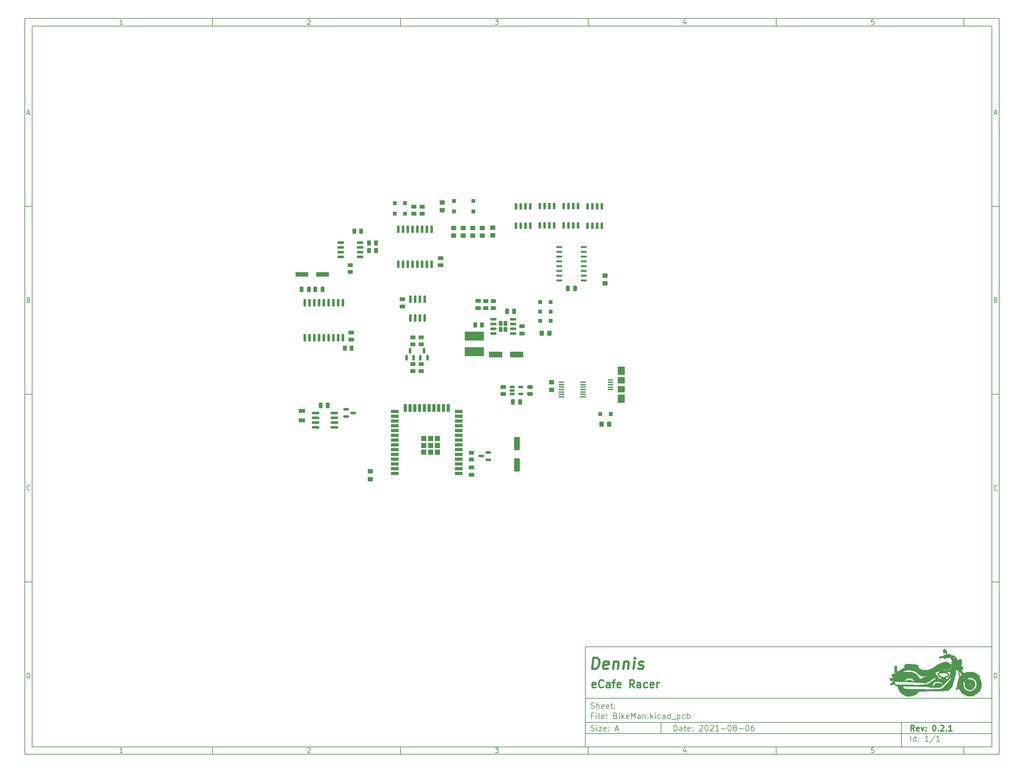
<source format=gbr>
%TF.GenerationSoftware,KiCad,Pcbnew,(5.99.0-11626-g43523df843)*%
%TF.CreationDate,2021-08-07T14:02:09-04:00*%
%TF.ProjectId,BikeMan,42696b65-4d61-46e2-9e6b-696361645f70,0.2.1*%
%TF.SameCoordinates,Original*%
%TF.FileFunction,Paste,Top*%
%TF.FilePolarity,Positive*%
%FSLAX46Y46*%
G04 Gerber Fmt 4.6, Leading zero omitted, Abs format (unit mm)*
G04 Created by KiCad (PCBNEW (5.99.0-11626-g43523df843)) date 2021-08-07 14:02:09*
%MOMM*%
%LPD*%
G01*
G04 APERTURE LIST*
G04 Aperture macros list*
%AMRoundRect*
0 Rectangle with rounded corners*
0 $1 Rounding radius*
0 $2 $3 $4 $5 $6 $7 $8 $9 X,Y pos of 4 corners*
0 Add a 4 corners polygon primitive as box body*
4,1,4,$2,$3,$4,$5,$6,$7,$8,$9,$2,$3,0*
0 Add four circle primitives for the rounded corners*
1,1,$1+$1,$2,$3*
1,1,$1+$1,$4,$5*
1,1,$1+$1,$6,$7*
1,1,$1+$1,$8,$9*
0 Add four rect primitives between the rounded corners*
20,1,$1+$1,$2,$3,$4,$5,0*
20,1,$1+$1,$4,$5,$6,$7,0*
20,1,$1+$1,$6,$7,$8,$9,0*
20,1,$1+$1,$8,$9,$2,$3,0*%
G04 Aperture macros list end*
%ADD10C,0.100000*%
%ADD11C,0.150000*%
%ADD12C,0.300000*%
%ADD13C,0.600000*%
%ADD14C,0.400000*%
%ADD15RoundRect,0.150000X-0.587500X-0.150000X0.587500X-0.150000X0.587500X0.150000X-0.587500X0.150000X0*%
%ADD16RoundRect,0.250000X0.450000X-0.325000X0.450000X0.325000X-0.450000X0.325000X-0.450000X-0.325000X0*%
%ADD17RoundRect,0.250000X0.250000X0.475000X-0.250000X0.475000X-0.250000X-0.475000X0.250000X-0.475000X0*%
%ADD18RoundRect,0.250000X0.262500X0.450000X-0.262500X0.450000X-0.262500X-0.450000X0.262500X-0.450000X0*%
%ADD19RoundRect,0.250000X-0.450000X0.325000X-0.450000X-0.325000X0.450000X-0.325000X0.450000X0.325000X0*%
%ADD20RoundRect,0.250000X-0.262500X-0.450000X0.262500X-0.450000X0.262500X0.450000X-0.262500X0.450000X0*%
%ADD21RoundRect,0.250000X0.550000X-1.500000X0.550000X1.500000X-0.550000X1.500000X-0.550000X-1.500000X0*%
%ADD22RoundRect,0.150000X0.150000X-0.587500X0.150000X0.587500X-0.150000X0.587500X-0.150000X-0.587500X0*%
%ADD23RoundRect,0.250000X-0.450000X0.262500X-0.450000X-0.262500X0.450000X-0.262500X0.450000X0.262500X0*%
%ADD24R,1.400000X0.400000*%
%ADD25R,1.900000X2.300000*%
%ADD26R,1.900000X1.800000*%
%ADD27R,1.100000X1.100000*%
%ADD28RoundRect,0.250000X-1.500000X-0.550000X1.500000X-0.550000X1.500000X0.550000X-1.500000X0.550000X0*%
%ADD29RoundRect,0.250000X0.475000X-0.250000X0.475000X0.250000X-0.475000X0.250000X-0.475000X-0.250000X0*%
%ADD30RoundRect,0.150000X0.150000X-0.725000X0.150000X0.725000X-0.150000X0.725000X-0.150000X-0.725000X0*%
%ADD31RoundRect,0.150000X0.587500X0.150000X-0.587500X0.150000X-0.587500X-0.150000X0.587500X-0.150000X0*%
%ADD32RoundRect,0.250000X0.450000X-0.262500X0.450000X0.262500X-0.450000X0.262500X-0.450000X-0.262500X0*%
%ADD33RoundRect,0.150000X-0.150000X0.875000X-0.150000X-0.875000X0.150000X-0.875000X0.150000X0.875000X0*%
%ADD34RoundRect,0.250000X-0.475000X0.250000X-0.475000X-0.250000X0.475000X-0.250000X0.475000X0.250000X0*%
%ADD35RoundRect,0.250000X-0.325000X-0.450000X0.325000X-0.450000X0.325000X0.450000X-0.325000X0.450000X0*%
%ADD36RoundRect,0.150000X0.150000X-0.825000X0.150000X0.825000X-0.150000X0.825000X-0.150000X-0.825000X0*%
%ADD37RoundRect,0.150000X0.725000X0.150000X-0.725000X0.150000X-0.725000X-0.150000X0.725000X-0.150000X0*%
%ADD38R,5.100000X2.350000*%
%ADD39R,1.800000X1.000000*%
%ADD40RoundRect,0.150000X-0.512500X-0.150000X0.512500X-0.150000X0.512500X0.150000X-0.512500X0.150000X0*%
%ADD41R,3.500000X1.200000*%
%ADD42RoundRect,0.250000X-0.250000X-0.475000X0.250000X-0.475000X0.250000X0.475000X-0.250000X0.475000X0*%
%ADD43R,2.000000X0.900000*%
%ADD44R,0.900000X2.000000*%
%ADD45R,1.330000X1.330000*%
%ADD46RoundRect,0.100000X-0.637500X-0.100000X0.637500X-0.100000X0.637500X0.100000X-0.637500X0.100000X0*%
%ADD47RoundRect,0.250000X0.255000X0.395000X-0.255000X0.395000X-0.255000X-0.395000X0.255000X-0.395000X0*%
%ADD48RoundRect,0.150000X0.662500X0.150000X-0.662500X0.150000X-0.662500X-0.150000X0.662500X-0.150000X0*%
%ADD49RoundRect,0.150000X-0.825000X-0.150000X0.825000X-0.150000X0.825000X0.150000X-0.825000X0.150000X0*%
%ADD50RoundRect,0.137500X0.662500X0.137500X-0.662500X0.137500X-0.662500X-0.137500X0.662500X-0.137500X0*%
G04 APERTURE END LIST*
D10*
D11*
X159225488Y-177289968D02*
X159225488Y-203900024D01*
X267400024Y-203900024D01*
X267400024Y-177289968D01*
X159225488Y-177289968D01*
D10*
D11*
X10000000Y-10000000D02*
X10000000Y-205900000D01*
X269400000Y-205900000D01*
X269400000Y-10000000D01*
X10000000Y-10000000D01*
D10*
D11*
X12000000Y-12000000D02*
X12000000Y-203900000D01*
X267400000Y-203900000D01*
X267400000Y-12000000D01*
X12000000Y-12000000D01*
D10*
D11*
X60000000Y-12000000D02*
X60000000Y-10000000D01*
D10*
D11*
X110000000Y-12000000D02*
X110000000Y-10000000D01*
D10*
D11*
X160000000Y-12000000D02*
X160000000Y-10000000D01*
D10*
D11*
X210000000Y-12000000D02*
X210000000Y-10000000D01*
D10*
D11*
X260000000Y-12000000D02*
X260000000Y-10000000D01*
D10*
D11*
X36065476Y-11588095D02*
X35322619Y-11588095D01*
X35694047Y-11588095D02*
X35694047Y-10288095D01*
X35570238Y-10473809D01*
X35446428Y-10597619D01*
X35322619Y-10659523D01*
D10*
D11*
X85322619Y-10411904D02*
X85384523Y-10350000D01*
X85508333Y-10288095D01*
X85817857Y-10288095D01*
X85941666Y-10350000D01*
X86003571Y-10411904D01*
X86065476Y-10535714D01*
X86065476Y-10659523D01*
X86003571Y-10845238D01*
X85260714Y-11588095D01*
X86065476Y-11588095D01*
D10*
D11*
X135260714Y-10288095D02*
X136065476Y-10288095D01*
X135632142Y-10783333D01*
X135817857Y-10783333D01*
X135941666Y-10845238D01*
X136003571Y-10907142D01*
X136065476Y-11030952D01*
X136065476Y-11340476D01*
X136003571Y-11464285D01*
X135941666Y-11526190D01*
X135817857Y-11588095D01*
X135446428Y-11588095D01*
X135322619Y-11526190D01*
X135260714Y-11464285D01*
D10*
D11*
X185941666Y-10721428D02*
X185941666Y-11588095D01*
X185632142Y-10226190D02*
X185322619Y-11154761D01*
X186127380Y-11154761D01*
D10*
D11*
X236003571Y-10288095D02*
X235384523Y-10288095D01*
X235322619Y-10907142D01*
X235384523Y-10845238D01*
X235508333Y-10783333D01*
X235817857Y-10783333D01*
X235941666Y-10845238D01*
X236003571Y-10907142D01*
X236065476Y-11030952D01*
X236065476Y-11340476D01*
X236003571Y-11464285D01*
X235941666Y-11526190D01*
X235817857Y-11588095D01*
X235508333Y-11588095D01*
X235384523Y-11526190D01*
X235322619Y-11464285D01*
D10*
D11*
X60000000Y-203900000D02*
X60000000Y-205900000D01*
D10*
D11*
X110000000Y-203900000D02*
X110000000Y-205900000D01*
D10*
D11*
X160000000Y-203900000D02*
X160000000Y-205900000D01*
D10*
D11*
X210000000Y-203900000D02*
X210000000Y-205900000D01*
D10*
D11*
X260000000Y-203900000D02*
X260000000Y-205900000D01*
D10*
D11*
X36065476Y-205488095D02*
X35322619Y-205488095D01*
X35694047Y-205488095D02*
X35694047Y-204188095D01*
X35570238Y-204373809D01*
X35446428Y-204497619D01*
X35322619Y-204559523D01*
D10*
D11*
X85322619Y-204311904D02*
X85384523Y-204250000D01*
X85508333Y-204188095D01*
X85817857Y-204188095D01*
X85941666Y-204250000D01*
X86003571Y-204311904D01*
X86065476Y-204435714D01*
X86065476Y-204559523D01*
X86003571Y-204745238D01*
X85260714Y-205488095D01*
X86065476Y-205488095D01*
D10*
D11*
X135260714Y-204188095D02*
X136065476Y-204188095D01*
X135632142Y-204683333D01*
X135817857Y-204683333D01*
X135941666Y-204745238D01*
X136003571Y-204807142D01*
X136065476Y-204930952D01*
X136065476Y-205240476D01*
X136003571Y-205364285D01*
X135941666Y-205426190D01*
X135817857Y-205488095D01*
X135446428Y-205488095D01*
X135322619Y-205426190D01*
X135260714Y-205364285D01*
D10*
D11*
X185941666Y-204621428D02*
X185941666Y-205488095D01*
X185632142Y-204126190D02*
X185322619Y-205054761D01*
X186127380Y-205054761D01*
D10*
D11*
X236003571Y-204188095D02*
X235384523Y-204188095D01*
X235322619Y-204807142D01*
X235384523Y-204745238D01*
X235508333Y-204683333D01*
X235817857Y-204683333D01*
X235941666Y-204745238D01*
X236003571Y-204807142D01*
X236065476Y-204930952D01*
X236065476Y-205240476D01*
X236003571Y-205364285D01*
X235941666Y-205426190D01*
X235817857Y-205488095D01*
X235508333Y-205488095D01*
X235384523Y-205426190D01*
X235322619Y-205364285D01*
D10*
D11*
X10000000Y-60000000D02*
X12000000Y-60000000D01*
D10*
D11*
X10000000Y-110000000D02*
X12000000Y-110000000D01*
D10*
D11*
X10000000Y-160000000D02*
X12000000Y-160000000D01*
D10*
D11*
X10690476Y-35216666D02*
X11309523Y-35216666D01*
X10566666Y-35588095D02*
X11000000Y-34288095D01*
X11433333Y-35588095D01*
D10*
D11*
X11092857Y-84907142D02*
X11278571Y-84969047D01*
X11340476Y-85030952D01*
X11402380Y-85154761D01*
X11402380Y-85340476D01*
X11340476Y-85464285D01*
X11278571Y-85526190D01*
X11154761Y-85588095D01*
X10659523Y-85588095D01*
X10659523Y-84288095D01*
X11092857Y-84288095D01*
X11216666Y-84350000D01*
X11278571Y-84411904D01*
X11340476Y-84535714D01*
X11340476Y-84659523D01*
X11278571Y-84783333D01*
X11216666Y-84845238D01*
X11092857Y-84907142D01*
X10659523Y-84907142D01*
D10*
D11*
X11402380Y-135464285D02*
X11340476Y-135526190D01*
X11154761Y-135588095D01*
X11030952Y-135588095D01*
X10845238Y-135526190D01*
X10721428Y-135402380D01*
X10659523Y-135278571D01*
X10597619Y-135030952D01*
X10597619Y-134845238D01*
X10659523Y-134597619D01*
X10721428Y-134473809D01*
X10845238Y-134350000D01*
X11030952Y-134288095D01*
X11154761Y-134288095D01*
X11340476Y-134350000D01*
X11402380Y-134411904D01*
D10*
D11*
X10659523Y-185588095D02*
X10659523Y-184288095D01*
X10969047Y-184288095D01*
X11154761Y-184350000D01*
X11278571Y-184473809D01*
X11340476Y-184597619D01*
X11402380Y-184845238D01*
X11402380Y-185030952D01*
X11340476Y-185278571D01*
X11278571Y-185402380D01*
X11154761Y-185526190D01*
X10969047Y-185588095D01*
X10659523Y-185588095D01*
D10*
D11*
X269400000Y-60000000D02*
X267400000Y-60000000D01*
D10*
D11*
X269400000Y-110000000D02*
X267400000Y-110000000D01*
D10*
D11*
X269400000Y-160000000D02*
X267400000Y-160000000D01*
D10*
D11*
X268090476Y-35216666D02*
X268709523Y-35216666D01*
X267966666Y-35588095D02*
X268400000Y-34288095D01*
X268833333Y-35588095D01*
D10*
D11*
X268492857Y-84907142D02*
X268678571Y-84969047D01*
X268740476Y-85030952D01*
X268802380Y-85154761D01*
X268802380Y-85340476D01*
X268740476Y-85464285D01*
X268678571Y-85526190D01*
X268554761Y-85588095D01*
X268059523Y-85588095D01*
X268059523Y-84288095D01*
X268492857Y-84288095D01*
X268616666Y-84350000D01*
X268678571Y-84411904D01*
X268740476Y-84535714D01*
X268740476Y-84659523D01*
X268678571Y-84783333D01*
X268616666Y-84845238D01*
X268492857Y-84907142D01*
X268059523Y-84907142D01*
D10*
D11*
X268802380Y-135464285D02*
X268740476Y-135526190D01*
X268554761Y-135588095D01*
X268430952Y-135588095D01*
X268245238Y-135526190D01*
X268121428Y-135402380D01*
X268059523Y-135278571D01*
X267997619Y-135030952D01*
X267997619Y-134845238D01*
X268059523Y-134597619D01*
X268121428Y-134473809D01*
X268245238Y-134350000D01*
X268430952Y-134288095D01*
X268554761Y-134288095D01*
X268740476Y-134350000D01*
X268802380Y-134411904D01*
D10*
D11*
X268059523Y-185588095D02*
X268059523Y-184288095D01*
X268369047Y-184288095D01*
X268554761Y-184350000D01*
X268678571Y-184473809D01*
X268740476Y-184597619D01*
X268802380Y-184845238D01*
X268802380Y-185030952D01*
X268740476Y-185278571D01*
X268678571Y-185402380D01*
X268554761Y-185526190D01*
X268369047Y-185588095D01*
X268059523Y-185588095D01*
D10*
D11*
X182832142Y-199678571D02*
X182832142Y-198178571D01*
X183189285Y-198178571D01*
X183403571Y-198250000D01*
X183546428Y-198392857D01*
X183617857Y-198535714D01*
X183689285Y-198821428D01*
X183689285Y-199035714D01*
X183617857Y-199321428D01*
X183546428Y-199464285D01*
X183403571Y-199607142D01*
X183189285Y-199678571D01*
X182832142Y-199678571D01*
X184975000Y-199678571D02*
X184975000Y-198892857D01*
X184903571Y-198750000D01*
X184760714Y-198678571D01*
X184475000Y-198678571D01*
X184332142Y-198750000D01*
X184975000Y-199607142D02*
X184832142Y-199678571D01*
X184475000Y-199678571D01*
X184332142Y-199607142D01*
X184260714Y-199464285D01*
X184260714Y-199321428D01*
X184332142Y-199178571D01*
X184475000Y-199107142D01*
X184832142Y-199107142D01*
X184975000Y-199035714D01*
X185475000Y-198678571D02*
X186046428Y-198678571D01*
X185689285Y-198178571D02*
X185689285Y-199464285D01*
X185760714Y-199607142D01*
X185903571Y-199678571D01*
X186046428Y-199678571D01*
X187117857Y-199607142D02*
X186975000Y-199678571D01*
X186689285Y-199678571D01*
X186546428Y-199607142D01*
X186475000Y-199464285D01*
X186475000Y-198892857D01*
X186546428Y-198750000D01*
X186689285Y-198678571D01*
X186975000Y-198678571D01*
X187117857Y-198750000D01*
X187189285Y-198892857D01*
X187189285Y-199035714D01*
X186475000Y-199178571D01*
X187832142Y-199535714D02*
X187903571Y-199607142D01*
X187832142Y-199678571D01*
X187760714Y-199607142D01*
X187832142Y-199535714D01*
X187832142Y-199678571D01*
X187832142Y-198750000D02*
X187903571Y-198821428D01*
X187832142Y-198892857D01*
X187760714Y-198821428D01*
X187832142Y-198750000D01*
X187832142Y-198892857D01*
X189617857Y-198321428D02*
X189689285Y-198250000D01*
X189832142Y-198178571D01*
X190189285Y-198178571D01*
X190332142Y-198250000D01*
X190403571Y-198321428D01*
X190475000Y-198464285D01*
X190475000Y-198607142D01*
X190403571Y-198821428D01*
X189546428Y-199678571D01*
X190475000Y-199678571D01*
X191403571Y-198178571D02*
X191546428Y-198178571D01*
X191689285Y-198250000D01*
X191760714Y-198321428D01*
X191832142Y-198464285D01*
X191903571Y-198750000D01*
X191903571Y-199107142D01*
X191832142Y-199392857D01*
X191760714Y-199535714D01*
X191689285Y-199607142D01*
X191546428Y-199678571D01*
X191403571Y-199678571D01*
X191260714Y-199607142D01*
X191189285Y-199535714D01*
X191117857Y-199392857D01*
X191046428Y-199107142D01*
X191046428Y-198750000D01*
X191117857Y-198464285D01*
X191189285Y-198321428D01*
X191260714Y-198250000D01*
X191403571Y-198178571D01*
X192475000Y-198321428D02*
X192546428Y-198250000D01*
X192689285Y-198178571D01*
X193046428Y-198178571D01*
X193189285Y-198250000D01*
X193260714Y-198321428D01*
X193332142Y-198464285D01*
X193332142Y-198607142D01*
X193260714Y-198821428D01*
X192403571Y-199678571D01*
X193332142Y-199678571D01*
X194760714Y-199678571D02*
X193903571Y-199678571D01*
X194332142Y-199678571D02*
X194332142Y-198178571D01*
X194189285Y-198392857D01*
X194046428Y-198535714D01*
X193903571Y-198607142D01*
X195403571Y-199107142D02*
X196546428Y-199107142D01*
X197546428Y-198178571D02*
X197689285Y-198178571D01*
X197832142Y-198250000D01*
X197903571Y-198321428D01*
X197975000Y-198464285D01*
X198046428Y-198750000D01*
X198046428Y-199107142D01*
X197975000Y-199392857D01*
X197903571Y-199535714D01*
X197832142Y-199607142D01*
X197689285Y-199678571D01*
X197546428Y-199678571D01*
X197403571Y-199607142D01*
X197332142Y-199535714D01*
X197260714Y-199392857D01*
X197189285Y-199107142D01*
X197189285Y-198750000D01*
X197260714Y-198464285D01*
X197332142Y-198321428D01*
X197403571Y-198250000D01*
X197546428Y-198178571D01*
X198903571Y-198821428D02*
X198760714Y-198750000D01*
X198689285Y-198678571D01*
X198617857Y-198535714D01*
X198617857Y-198464285D01*
X198689285Y-198321428D01*
X198760714Y-198250000D01*
X198903571Y-198178571D01*
X199189285Y-198178571D01*
X199332142Y-198250000D01*
X199403571Y-198321428D01*
X199475000Y-198464285D01*
X199475000Y-198535714D01*
X199403571Y-198678571D01*
X199332142Y-198750000D01*
X199189285Y-198821428D01*
X198903571Y-198821428D01*
X198760714Y-198892857D01*
X198689285Y-198964285D01*
X198617857Y-199107142D01*
X198617857Y-199392857D01*
X198689285Y-199535714D01*
X198760714Y-199607142D01*
X198903571Y-199678571D01*
X199189285Y-199678571D01*
X199332142Y-199607142D01*
X199403571Y-199535714D01*
X199475000Y-199392857D01*
X199475000Y-199107142D01*
X199403571Y-198964285D01*
X199332142Y-198892857D01*
X199189285Y-198821428D01*
X200117857Y-199107142D02*
X201260714Y-199107142D01*
X202260714Y-198178571D02*
X202403571Y-198178571D01*
X202546428Y-198250000D01*
X202617857Y-198321428D01*
X202689285Y-198464285D01*
X202760714Y-198750000D01*
X202760714Y-199107142D01*
X202689285Y-199392857D01*
X202617857Y-199535714D01*
X202546428Y-199607142D01*
X202403571Y-199678571D01*
X202260714Y-199678571D01*
X202117857Y-199607142D01*
X202046428Y-199535714D01*
X201975000Y-199392857D01*
X201903571Y-199107142D01*
X201903571Y-198750000D01*
X201975000Y-198464285D01*
X202046428Y-198321428D01*
X202117857Y-198250000D01*
X202260714Y-198178571D01*
X204046428Y-198178571D02*
X203760714Y-198178571D01*
X203617857Y-198250000D01*
X203546428Y-198321428D01*
X203403571Y-198535714D01*
X203332142Y-198821428D01*
X203332142Y-199392857D01*
X203403571Y-199535714D01*
X203475000Y-199607142D01*
X203617857Y-199678571D01*
X203903571Y-199678571D01*
X204046428Y-199607142D01*
X204117857Y-199535714D01*
X204189285Y-199392857D01*
X204189285Y-199035714D01*
X204117857Y-198892857D01*
X204046428Y-198821428D01*
X203903571Y-198750000D01*
X203617857Y-198750000D01*
X203475000Y-198821428D01*
X203403571Y-198892857D01*
X203332142Y-199035714D01*
D10*
D11*
X159400000Y-200400000D02*
X267400000Y-200400000D01*
D10*
D11*
X159400000Y-197400000D02*
X267400000Y-197400000D01*
D10*
D12*
X246809285Y-199678571D02*
X246309285Y-198964285D01*
X245952142Y-199678571D02*
X245952142Y-198178571D01*
X246523571Y-198178571D01*
X246666428Y-198250000D01*
X246737857Y-198321428D01*
X246809285Y-198464285D01*
X246809285Y-198678571D01*
X246737857Y-198821428D01*
X246666428Y-198892857D01*
X246523571Y-198964285D01*
X245952142Y-198964285D01*
X248023571Y-199607142D02*
X247880714Y-199678571D01*
X247595000Y-199678571D01*
X247452142Y-199607142D01*
X247380714Y-199464285D01*
X247380714Y-198892857D01*
X247452142Y-198750000D01*
X247595000Y-198678571D01*
X247880714Y-198678571D01*
X248023571Y-198750000D01*
X248095000Y-198892857D01*
X248095000Y-199035714D01*
X247380714Y-199178571D01*
X248595000Y-198678571D02*
X248952142Y-199678571D01*
X249309285Y-198678571D01*
X249880714Y-199535714D02*
X249952142Y-199607142D01*
X249880714Y-199678571D01*
X249809285Y-199607142D01*
X249880714Y-199535714D01*
X249880714Y-199678571D01*
X249880714Y-198750000D02*
X249952142Y-198821428D01*
X249880714Y-198892857D01*
X249809285Y-198821428D01*
X249880714Y-198750000D01*
X249880714Y-198892857D01*
X252023571Y-198178571D02*
X252166428Y-198178571D01*
X252309285Y-198250000D01*
X252380714Y-198321428D01*
X252452142Y-198464285D01*
X252523571Y-198750000D01*
X252523571Y-199107142D01*
X252452142Y-199392857D01*
X252380714Y-199535714D01*
X252309285Y-199607142D01*
X252166428Y-199678571D01*
X252023571Y-199678571D01*
X251880714Y-199607142D01*
X251809285Y-199535714D01*
X251737857Y-199392857D01*
X251666428Y-199107142D01*
X251666428Y-198750000D01*
X251737857Y-198464285D01*
X251809285Y-198321428D01*
X251880714Y-198250000D01*
X252023571Y-198178571D01*
X253166428Y-199535714D02*
X253237857Y-199607142D01*
X253166428Y-199678571D01*
X253095000Y-199607142D01*
X253166428Y-199535714D01*
X253166428Y-199678571D01*
X253809285Y-198321428D02*
X253880714Y-198250000D01*
X254023571Y-198178571D01*
X254380714Y-198178571D01*
X254523571Y-198250000D01*
X254595000Y-198321428D01*
X254666428Y-198464285D01*
X254666428Y-198607142D01*
X254595000Y-198821428D01*
X253737857Y-199678571D01*
X254666428Y-199678571D01*
X255309285Y-199535714D02*
X255380714Y-199607142D01*
X255309285Y-199678571D01*
X255237857Y-199607142D01*
X255309285Y-199535714D01*
X255309285Y-199678571D01*
X256809285Y-199678571D02*
X255952142Y-199678571D01*
X256380714Y-199678571D02*
X256380714Y-198178571D01*
X256237857Y-198392857D01*
X256095000Y-198535714D01*
X255952142Y-198607142D01*
D10*
D11*
X160760714Y-199607142D02*
X160975000Y-199678571D01*
X161332142Y-199678571D01*
X161475000Y-199607142D01*
X161546428Y-199535714D01*
X161617857Y-199392857D01*
X161617857Y-199250000D01*
X161546428Y-199107142D01*
X161475000Y-199035714D01*
X161332142Y-198964285D01*
X161046428Y-198892857D01*
X160903571Y-198821428D01*
X160832142Y-198750000D01*
X160760714Y-198607142D01*
X160760714Y-198464285D01*
X160832142Y-198321428D01*
X160903571Y-198250000D01*
X161046428Y-198178571D01*
X161403571Y-198178571D01*
X161617857Y-198250000D01*
X162260714Y-199678571D02*
X162260714Y-198678571D01*
X162260714Y-198178571D02*
X162189285Y-198250000D01*
X162260714Y-198321428D01*
X162332142Y-198250000D01*
X162260714Y-198178571D01*
X162260714Y-198321428D01*
X162832142Y-198678571D02*
X163617857Y-198678571D01*
X162832142Y-199678571D01*
X163617857Y-199678571D01*
X164760714Y-199607142D02*
X164617857Y-199678571D01*
X164332142Y-199678571D01*
X164189285Y-199607142D01*
X164117857Y-199464285D01*
X164117857Y-198892857D01*
X164189285Y-198750000D01*
X164332142Y-198678571D01*
X164617857Y-198678571D01*
X164760714Y-198750000D01*
X164832142Y-198892857D01*
X164832142Y-199035714D01*
X164117857Y-199178571D01*
X165475000Y-199535714D02*
X165546428Y-199607142D01*
X165475000Y-199678571D01*
X165403571Y-199607142D01*
X165475000Y-199535714D01*
X165475000Y-199678571D01*
X165475000Y-198750000D02*
X165546428Y-198821428D01*
X165475000Y-198892857D01*
X165403571Y-198821428D01*
X165475000Y-198750000D01*
X165475000Y-198892857D01*
X167260714Y-199250000D02*
X167975000Y-199250000D01*
X167117857Y-199678571D02*
X167617857Y-198178571D01*
X168117857Y-199678571D01*
D10*
D11*
X245832142Y-202478571D02*
X245832142Y-200978571D01*
X247189285Y-202478571D02*
X247189285Y-200978571D01*
X247189285Y-202407142D02*
X247046428Y-202478571D01*
X246760714Y-202478571D01*
X246617857Y-202407142D01*
X246546428Y-202335714D01*
X246475000Y-202192857D01*
X246475000Y-201764285D01*
X246546428Y-201621428D01*
X246617857Y-201550000D01*
X246760714Y-201478571D01*
X247046428Y-201478571D01*
X247189285Y-201550000D01*
X247903571Y-202335714D02*
X247975000Y-202407142D01*
X247903571Y-202478571D01*
X247832142Y-202407142D01*
X247903571Y-202335714D01*
X247903571Y-202478571D01*
X247903571Y-201550000D02*
X247975000Y-201621428D01*
X247903571Y-201692857D01*
X247832142Y-201621428D01*
X247903571Y-201550000D01*
X247903571Y-201692857D01*
X250546428Y-202478571D02*
X249689285Y-202478571D01*
X250117857Y-202478571D02*
X250117857Y-200978571D01*
X249975000Y-201192857D01*
X249832142Y-201335714D01*
X249689285Y-201407142D01*
X252260714Y-200907142D02*
X250975000Y-202835714D01*
X253546428Y-202478571D02*
X252689285Y-202478571D01*
X253117857Y-202478571D02*
X253117857Y-200978571D01*
X252975000Y-201192857D01*
X252832142Y-201335714D01*
X252689285Y-201407142D01*
D10*
D13*
X161005998Y-183137830D02*
X161380998Y-180137830D01*
X162095284Y-180137830D01*
X162505998Y-180280688D01*
X162755998Y-180566402D01*
X162863141Y-180852116D01*
X162934570Y-181423545D01*
X162880998Y-181852116D01*
X162666713Y-182423545D01*
X162488141Y-182709259D01*
X162166713Y-182994973D01*
X161720284Y-183137830D01*
X161005998Y-183137830D01*
X165166713Y-182994973D02*
X164863141Y-183137830D01*
X164291713Y-183137830D01*
X164023856Y-182994973D01*
X163916713Y-182709259D01*
X164059570Y-181566402D01*
X164238141Y-181280688D01*
X164541713Y-181137830D01*
X165113141Y-181137830D01*
X165380998Y-181280688D01*
X165488141Y-181566402D01*
X165452427Y-181852116D01*
X163988141Y-182137830D01*
X166827427Y-181137830D02*
X166577427Y-183137830D01*
X166791713Y-181423545D02*
X166952427Y-181280688D01*
X167255998Y-181137830D01*
X167684570Y-181137830D01*
X167952427Y-181280688D01*
X168059570Y-181566402D01*
X167863141Y-183137830D01*
X169541713Y-181137830D02*
X169291713Y-183137830D01*
X169505998Y-181423545D02*
X169666713Y-181280688D01*
X169970284Y-181137830D01*
X170398856Y-181137830D01*
X170666713Y-181280688D01*
X170773856Y-181566402D01*
X170577427Y-183137830D01*
X172005998Y-183137830D02*
X172255998Y-181137830D01*
X172380998Y-180137830D02*
X172220284Y-180280688D01*
X172345284Y-180423545D01*
X172505998Y-180280688D01*
X172380998Y-180137830D01*
X172345284Y-180423545D01*
X173309570Y-182994973D02*
X173577427Y-183137830D01*
X174148856Y-183137830D01*
X174452427Y-182994973D01*
X174630998Y-182709259D01*
X174648856Y-182566402D01*
X174541713Y-182280688D01*
X174273856Y-182137830D01*
X173845284Y-182137830D01*
X173577427Y-181994973D01*
X173470284Y-181709259D01*
X173488141Y-181566402D01*
X173666713Y-181280688D01*
X173970284Y-181137830D01*
X174398856Y-181137830D01*
X174666713Y-181280688D01*
D10*
D11*
X161332126Y-195622209D02*
X160832126Y-195622209D01*
X160832126Y-196407923D02*
X160832126Y-194907923D01*
X161546412Y-194907923D01*
X162117841Y-196407923D02*
X162117841Y-195407923D01*
X162117841Y-194907923D02*
X162046412Y-194979352D01*
X162117841Y-195050780D01*
X162189269Y-194979352D01*
X162117841Y-194907923D01*
X162117841Y-195050780D01*
X163046412Y-196407923D02*
X162903555Y-196336494D01*
X162832126Y-196193637D01*
X162832126Y-194907923D01*
X164189269Y-196336494D02*
X164046412Y-196407923D01*
X163760698Y-196407923D01*
X163617841Y-196336494D01*
X163546412Y-196193637D01*
X163546412Y-195622209D01*
X163617841Y-195479352D01*
X163760698Y-195407923D01*
X164046412Y-195407923D01*
X164189269Y-195479352D01*
X164260698Y-195622209D01*
X164260698Y-195765066D01*
X163546412Y-195907923D01*
X164903555Y-196265066D02*
X164974984Y-196336494D01*
X164903555Y-196407923D01*
X164832126Y-196336494D01*
X164903555Y-196265066D01*
X164903555Y-196407923D01*
X164903555Y-195479352D02*
X164974984Y-195550780D01*
X164903555Y-195622209D01*
X164832126Y-195550780D01*
X164903555Y-195479352D01*
X164903555Y-195622209D01*
X167260698Y-195622209D02*
X167474984Y-195693637D01*
X167546412Y-195765066D01*
X167617841Y-195907923D01*
X167617841Y-196122209D01*
X167546412Y-196265066D01*
X167474984Y-196336494D01*
X167332126Y-196407923D01*
X166760698Y-196407923D01*
X166760698Y-194907923D01*
X167260698Y-194907923D01*
X167403555Y-194979352D01*
X167474984Y-195050780D01*
X167546412Y-195193637D01*
X167546412Y-195336494D01*
X167474984Y-195479352D01*
X167403555Y-195550780D01*
X167260698Y-195622209D01*
X166760698Y-195622209D01*
X168260698Y-196407923D02*
X168260698Y-195407923D01*
X168260698Y-194907923D02*
X168189269Y-194979352D01*
X168260698Y-195050780D01*
X168332126Y-194979352D01*
X168260698Y-194907923D01*
X168260698Y-195050780D01*
X168974984Y-196407923D02*
X168974984Y-194907923D01*
X169117841Y-195836494D02*
X169546412Y-196407923D01*
X169546412Y-195407923D02*
X168974984Y-195979352D01*
X170760698Y-196336494D02*
X170617841Y-196407923D01*
X170332126Y-196407923D01*
X170189269Y-196336494D01*
X170117841Y-196193637D01*
X170117841Y-195622209D01*
X170189269Y-195479352D01*
X170332126Y-195407923D01*
X170617841Y-195407923D01*
X170760698Y-195479352D01*
X170832126Y-195622209D01*
X170832126Y-195765066D01*
X170117841Y-195907923D01*
X171474984Y-196407923D02*
X171474984Y-194907923D01*
X171974984Y-195979352D01*
X172474984Y-194907923D01*
X172474984Y-196407923D01*
X173832126Y-196407923D02*
X173832126Y-195622209D01*
X173760698Y-195479352D01*
X173617841Y-195407923D01*
X173332126Y-195407923D01*
X173189269Y-195479352D01*
X173832126Y-196336494D02*
X173689269Y-196407923D01*
X173332126Y-196407923D01*
X173189269Y-196336494D01*
X173117841Y-196193637D01*
X173117841Y-196050780D01*
X173189269Y-195907923D01*
X173332126Y-195836494D01*
X173689269Y-195836494D01*
X173832126Y-195765066D01*
X174546412Y-195407923D02*
X174546412Y-196407923D01*
X174546412Y-195550780D02*
X174617841Y-195479352D01*
X174760698Y-195407923D01*
X174974984Y-195407923D01*
X175117841Y-195479352D01*
X175189269Y-195622209D01*
X175189269Y-196407923D01*
X175903555Y-196265066D02*
X175974984Y-196336494D01*
X175903555Y-196407923D01*
X175832126Y-196336494D01*
X175903555Y-196265066D01*
X175903555Y-196407923D01*
X176617841Y-196407923D02*
X176617841Y-194907923D01*
X176760698Y-195836494D02*
X177189269Y-196407923D01*
X177189269Y-195407923D02*
X176617841Y-195979352D01*
X177832126Y-196407923D02*
X177832126Y-195407923D01*
X177832126Y-194907923D02*
X177760698Y-194979352D01*
X177832126Y-195050780D01*
X177903555Y-194979352D01*
X177832126Y-194907923D01*
X177832126Y-195050780D01*
X179189269Y-196336494D02*
X179046412Y-196407923D01*
X178760698Y-196407923D01*
X178617841Y-196336494D01*
X178546412Y-196265066D01*
X178474984Y-196122209D01*
X178474984Y-195693637D01*
X178546412Y-195550780D01*
X178617841Y-195479352D01*
X178760698Y-195407923D01*
X179046412Y-195407923D01*
X179189269Y-195479352D01*
X180474984Y-196407923D02*
X180474984Y-195622209D01*
X180403555Y-195479352D01*
X180260698Y-195407923D01*
X179974984Y-195407923D01*
X179832126Y-195479352D01*
X180474984Y-196336494D02*
X180332126Y-196407923D01*
X179974984Y-196407923D01*
X179832126Y-196336494D01*
X179760698Y-196193637D01*
X179760698Y-196050780D01*
X179832126Y-195907923D01*
X179974984Y-195836494D01*
X180332126Y-195836494D01*
X180474984Y-195765066D01*
X181832126Y-196407923D02*
X181832126Y-194907923D01*
X181832126Y-196336494D02*
X181689269Y-196407923D01*
X181403555Y-196407923D01*
X181260698Y-196336494D01*
X181189269Y-196265066D01*
X181117841Y-196122209D01*
X181117841Y-195693637D01*
X181189269Y-195550780D01*
X181260698Y-195479352D01*
X181403555Y-195407923D01*
X181689269Y-195407923D01*
X181832126Y-195479352D01*
X182189269Y-196550780D02*
X183332126Y-196550780D01*
X183689269Y-195407923D02*
X183689269Y-196907923D01*
X183689269Y-195479352D02*
X183832126Y-195407923D01*
X184117841Y-195407923D01*
X184260698Y-195479352D01*
X184332126Y-195550780D01*
X184403555Y-195693637D01*
X184403555Y-196122209D01*
X184332126Y-196265066D01*
X184260698Y-196336494D01*
X184117841Y-196407923D01*
X183832126Y-196407923D01*
X183689269Y-196336494D01*
X185689269Y-196336494D02*
X185546412Y-196407923D01*
X185260698Y-196407923D01*
X185117841Y-196336494D01*
X185046412Y-196265066D01*
X184974984Y-196122209D01*
X184974984Y-195693637D01*
X185046412Y-195550780D01*
X185117841Y-195479352D01*
X185260698Y-195407923D01*
X185546412Y-195407923D01*
X185689269Y-195479352D01*
X186332126Y-196407923D02*
X186332126Y-194907923D01*
X186332126Y-195479352D02*
X186474984Y-195407923D01*
X186760698Y-195407923D01*
X186903555Y-195479352D01*
X186974984Y-195550780D01*
X187046412Y-195693637D01*
X187046412Y-196122209D01*
X186974984Y-196265066D01*
X186903555Y-196336494D01*
X186760698Y-196407923D01*
X186474984Y-196407923D01*
X186332126Y-196336494D01*
D10*
D11*
X159400240Y-191013080D02*
X267400240Y-191013080D01*
D10*
D11*
X160760698Y-193635966D02*
X160974984Y-193707395D01*
X161332126Y-193707395D01*
X161474984Y-193635966D01*
X161546412Y-193564538D01*
X161617841Y-193421681D01*
X161617841Y-193278824D01*
X161546412Y-193135966D01*
X161474984Y-193064538D01*
X161332126Y-192993109D01*
X161046412Y-192921681D01*
X160903555Y-192850252D01*
X160832126Y-192778824D01*
X160760698Y-192635966D01*
X160760698Y-192493109D01*
X160832126Y-192350252D01*
X160903555Y-192278824D01*
X161046412Y-192207395D01*
X161403555Y-192207395D01*
X161617841Y-192278824D01*
X162260698Y-193707395D02*
X162260698Y-192207395D01*
X162903555Y-193707395D02*
X162903555Y-192921681D01*
X162832126Y-192778824D01*
X162689269Y-192707395D01*
X162474984Y-192707395D01*
X162332126Y-192778824D01*
X162260698Y-192850252D01*
X164189269Y-193635966D02*
X164046412Y-193707395D01*
X163760698Y-193707395D01*
X163617841Y-193635966D01*
X163546412Y-193493109D01*
X163546412Y-192921681D01*
X163617841Y-192778824D01*
X163760698Y-192707395D01*
X164046412Y-192707395D01*
X164189269Y-192778824D01*
X164260698Y-192921681D01*
X164260698Y-193064538D01*
X163546412Y-193207395D01*
X165474984Y-193635966D02*
X165332126Y-193707395D01*
X165046412Y-193707395D01*
X164903555Y-193635966D01*
X164832126Y-193493109D01*
X164832126Y-192921681D01*
X164903555Y-192778824D01*
X165046412Y-192707395D01*
X165332126Y-192707395D01*
X165474984Y-192778824D01*
X165546412Y-192921681D01*
X165546412Y-193064538D01*
X164832126Y-193207395D01*
X165974984Y-192707395D02*
X166546412Y-192707395D01*
X166189269Y-192207395D02*
X166189269Y-193493109D01*
X166260698Y-193635966D01*
X166403555Y-193707395D01*
X166546412Y-193707395D01*
X167046412Y-193564538D02*
X167117841Y-193635966D01*
X167046412Y-193707395D01*
X166974984Y-193635966D01*
X167046412Y-193564538D01*
X167046412Y-193707395D01*
X167046412Y-192778824D02*
X167117841Y-192850252D01*
X167046412Y-192921681D01*
X166974984Y-192850252D01*
X167046412Y-192778824D01*
X167046412Y-192921681D01*
D10*
D14*
X161898079Y-187999395D02*
X161707603Y-188094633D01*
X161326650Y-188094633D01*
X161136174Y-187999395D01*
X161040936Y-187808919D01*
X161040936Y-187047014D01*
X161136174Y-186856538D01*
X161326650Y-186761300D01*
X161707603Y-186761300D01*
X161898079Y-186856538D01*
X161993317Y-187047014D01*
X161993317Y-187237491D01*
X161040936Y-187427967D01*
X163993317Y-187904157D02*
X163898079Y-187999395D01*
X163612364Y-188094633D01*
X163421888Y-188094633D01*
X163136174Y-187999395D01*
X162945698Y-187808919D01*
X162850460Y-187618443D01*
X162755222Y-187237491D01*
X162755222Y-186951776D01*
X162850460Y-186570824D01*
X162945698Y-186380348D01*
X163136174Y-186189872D01*
X163421888Y-186094633D01*
X163612364Y-186094633D01*
X163898079Y-186189872D01*
X163993317Y-186285110D01*
X165707603Y-188094633D02*
X165707603Y-187047014D01*
X165612364Y-186856538D01*
X165421888Y-186761300D01*
X165040936Y-186761300D01*
X164850460Y-186856538D01*
X165707603Y-187999395D02*
X165517126Y-188094633D01*
X165040936Y-188094633D01*
X164850460Y-187999395D01*
X164755222Y-187808919D01*
X164755222Y-187618443D01*
X164850460Y-187427967D01*
X165040936Y-187332729D01*
X165517126Y-187332729D01*
X165707603Y-187237491D01*
X166374269Y-186761300D02*
X167136174Y-186761300D01*
X166659984Y-188094633D02*
X166659984Y-186380348D01*
X166755222Y-186189872D01*
X166945698Y-186094633D01*
X167136174Y-186094633D01*
X168564745Y-187999395D02*
X168374269Y-188094633D01*
X167993317Y-188094633D01*
X167802841Y-187999395D01*
X167707603Y-187808919D01*
X167707603Y-187047014D01*
X167802841Y-186856538D01*
X167993317Y-186761300D01*
X168374269Y-186761300D01*
X168564745Y-186856538D01*
X168659984Y-187047014D01*
X168659984Y-187237491D01*
X167707603Y-187427967D01*
X172183793Y-188094633D02*
X171517126Y-187142252D01*
X171040936Y-188094633D02*
X171040936Y-186094633D01*
X171802841Y-186094633D01*
X171993317Y-186189872D01*
X172088555Y-186285110D01*
X172183793Y-186475586D01*
X172183793Y-186761300D01*
X172088555Y-186951776D01*
X171993317Y-187047014D01*
X171802841Y-187142252D01*
X171040936Y-187142252D01*
X173898079Y-188094633D02*
X173898079Y-187047014D01*
X173802841Y-186856538D01*
X173612364Y-186761300D01*
X173231412Y-186761300D01*
X173040936Y-186856538D01*
X173898079Y-187999395D02*
X173707603Y-188094633D01*
X173231412Y-188094633D01*
X173040936Y-187999395D01*
X172945698Y-187808919D01*
X172945698Y-187618443D01*
X173040936Y-187427967D01*
X173231412Y-187332729D01*
X173707603Y-187332729D01*
X173898079Y-187237491D01*
X175707603Y-187999395D02*
X175517126Y-188094633D01*
X175136174Y-188094633D01*
X174945698Y-187999395D01*
X174850460Y-187904157D01*
X174755222Y-187713681D01*
X174755222Y-187142252D01*
X174850460Y-186951776D01*
X174945698Y-186856538D01*
X175136174Y-186761300D01*
X175517126Y-186761300D01*
X175707603Y-186856538D01*
X177326650Y-187999395D02*
X177136174Y-188094633D01*
X176755222Y-188094633D01*
X176564745Y-187999395D01*
X176469507Y-187808919D01*
X176469507Y-187047014D01*
X176564745Y-186856538D01*
X176755222Y-186761300D01*
X177136174Y-186761300D01*
X177326650Y-186856538D01*
X177421888Y-187047014D01*
X177421888Y-187237491D01*
X176469507Y-187427967D01*
X178279031Y-188094633D02*
X178279031Y-186761300D01*
X178279031Y-187142252D02*
X178374269Y-186951776D01*
X178469507Y-186856538D01*
X178659984Y-186761300D01*
X178850460Y-186761300D01*
D10*
D11*
D10*
D11*
X179400000Y-197400000D02*
X179400000Y-200400000D01*
D10*
D11*
X243400000Y-197400000D02*
X243400000Y-203900000D01*
D10*
G36*
X254871287Y-177823007D02*
G01*
X254915287Y-177937007D01*
X255031287Y-178139007D01*
X255160287Y-178202007D01*
X255293287Y-178245007D01*
X255373287Y-178389007D01*
X255409287Y-178661007D01*
X255415287Y-178886007D01*
X255421287Y-179147007D01*
X255466287Y-179268007D01*
X255589287Y-179282007D01*
X255830287Y-179219007D01*
X255838287Y-179217007D01*
X256053287Y-179172007D01*
X256184287Y-179209007D01*
X256267287Y-179291007D01*
X256430287Y-179405007D01*
X256681288Y-179495007D01*
X256775288Y-179515007D01*
X257319287Y-179663007D01*
X257722288Y-179905007D01*
X257984288Y-180240007D01*
X258093287Y-180586007D01*
X258143287Y-180895007D01*
X258411287Y-180737007D01*
X258682287Y-180619007D01*
X258963287Y-180555007D01*
X258967288Y-180555007D01*
X259172287Y-180558007D01*
X259275288Y-180636007D01*
X259316288Y-180742007D01*
X259365287Y-181033007D01*
X259383288Y-181411007D01*
X259371288Y-181796007D01*
X259329287Y-182109007D01*
X259318288Y-182152007D01*
X259293287Y-182412007D01*
X259397287Y-182564007D01*
X259580288Y-182605007D01*
X259677287Y-182636007D01*
X259722288Y-182758007D01*
X259733287Y-182986007D01*
X259720287Y-183227007D01*
X259671287Y-183340007D01*
X259580288Y-183367007D01*
X259392287Y-183313007D01*
X259326287Y-183265007D01*
X259235287Y-183193007D01*
X259235287Y-183246007D01*
X259320287Y-183410007D01*
X259484288Y-183671007D01*
X259566288Y-183795007D01*
X259737287Y-184041007D01*
X259868287Y-184220007D01*
X259934287Y-184297007D01*
X259937287Y-184298007D01*
X260023287Y-184266007D01*
X260214287Y-184184007D01*
X260378288Y-184110007D01*
X260636287Y-184011007D01*
X260908287Y-183953007D01*
X261251288Y-183928007D01*
X261553287Y-183925007D01*
X262220287Y-183971007D01*
X262782288Y-184113007D01*
X263283287Y-184366007D01*
X263754287Y-184736007D01*
X264030287Y-185000007D01*
X264178287Y-185175007D01*
X264205288Y-185275007D01*
X264121288Y-185313007D01*
X264087288Y-185314007D01*
X264012287Y-185335007D01*
X264044288Y-185422007D01*
X264126288Y-185533007D01*
X264374287Y-185962007D01*
X264548287Y-186495007D01*
X264639287Y-187080007D01*
X264640288Y-187664007D01*
X264545287Y-188196007D01*
X264518287Y-188278007D01*
X264209287Y-188911007D01*
X263766287Y-189464007D01*
X263215288Y-189913007D01*
X262582287Y-190231007D01*
X262459287Y-190273007D01*
X261830288Y-190390007D01*
X261179288Y-190360007D01*
X260539288Y-190197007D01*
X259941288Y-189914007D01*
X259418287Y-189523007D01*
X259002287Y-189038007D01*
X258877287Y-188828007D01*
X258751288Y-188611007D01*
X258652288Y-188473007D01*
X258618287Y-188447007D01*
X258513288Y-188478007D01*
X258309287Y-188556007D01*
X258173287Y-188613007D01*
X257944287Y-188700007D01*
X257819287Y-188706007D01*
X257792287Y-188614007D01*
X257858287Y-188407007D01*
X257996288Y-188095007D01*
X258139287Y-187699007D01*
X258206287Y-187319007D01*
X258206287Y-187310007D01*
X259778287Y-187310007D01*
X259849288Y-187855007D01*
X260068288Y-188318007D01*
X260432287Y-188695007D01*
X260738287Y-188888007D01*
X261211287Y-189076007D01*
X261654287Y-189115007D01*
X262111287Y-189004007D01*
X262363287Y-188891007D01*
X262806288Y-188582007D01*
X263126288Y-188186007D01*
X263318288Y-187732007D01*
X263378288Y-187248007D01*
X263301288Y-186764007D01*
X263084287Y-186308007D01*
X262787288Y-185965007D01*
X262339287Y-185656007D01*
X261850287Y-185509007D01*
X261414288Y-185504007D01*
X261110287Y-185546007D01*
X260953288Y-185606007D01*
X260923287Y-185701007D01*
X260969287Y-185800007D01*
X261071287Y-185885007D01*
X261262287Y-185920007D01*
X261517287Y-185918007D01*
X261979288Y-185967007D01*
X262361287Y-186144007D01*
X262656287Y-186419007D01*
X262855287Y-186767007D01*
X262948288Y-187159007D01*
X262927287Y-187569007D01*
X262784287Y-187969007D01*
X262509287Y-188331007D01*
X262340288Y-188474007D01*
X262069287Y-188601007D01*
X261704287Y-188673007D01*
X261662288Y-188676007D01*
X261181288Y-188636007D01*
X260774287Y-188456007D01*
X260459287Y-188156007D01*
X260256287Y-187755007D01*
X260181288Y-187274007D01*
X260182287Y-187252007D01*
X261430287Y-187252007D01*
X261450288Y-187378007D01*
X261539288Y-187431007D01*
X261682287Y-187394007D01*
X261707287Y-187375007D01*
X261713287Y-187277007D01*
X261632287Y-187172007D01*
X261525288Y-187132007D01*
X261501288Y-187140007D01*
X261430287Y-187252007D01*
X260182287Y-187252007D01*
X260190287Y-187080007D01*
X260205288Y-186765007D01*
X260172287Y-186578007D01*
X260117287Y-186503007D01*
X259994287Y-186476007D01*
X259891287Y-186597007D01*
X259817287Y-186845007D01*
X259780287Y-187201007D01*
X259778287Y-187310007D01*
X258206287Y-187310007D01*
X258208287Y-187258007D01*
X258244287Y-186845007D01*
X258340288Y-186384007D01*
X258428287Y-186099007D01*
X260180287Y-186099007D01*
X260203288Y-186234007D01*
X260244287Y-186292007D01*
X260394287Y-186407007D01*
X260515288Y-186363007D01*
X260530287Y-186341007D01*
X260509287Y-186237007D01*
X260416287Y-186124007D01*
X260266287Y-186048007D01*
X260180287Y-186099007D01*
X258428287Y-186099007D01*
X258476287Y-185948007D01*
X258634287Y-185607007D01*
X258639287Y-185598007D01*
X258745287Y-185404007D01*
X258760287Y-185262007D01*
X258688288Y-185088007D01*
X258678287Y-185069007D01*
X258596287Y-184806007D01*
X258552287Y-184439007D01*
X258547287Y-184260007D01*
X258539288Y-184036007D01*
X258717288Y-184036007D01*
X258735287Y-184273007D01*
X258782288Y-184545007D01*
X258844287Y-184802007D01*
X258911287Y-184990007D01*
X258966287Y-185060007D01*
X259060287Y-185004007D01*
X259202287Y-184870007D01*
X259379287Y-184679007D01*
X259048287Y-184222007D01*
X258717288Y-183764007D01*
X258717288Y-184036007D01*
X258539288Y-184036007D01*
X258536287Y-183979007D01*
X258507287Y-183779007D01*
X258468287Y-183706007D01*
X258380287Y-183636007D01*
X258342288Y-183557007D01*
X258237287Y-183445007D01*
X258003288Y-183409007D01*
X257998288Y-183409007D01*
X257787288Y-183417007D01*
X257708287Y-183469007D01*
X257734288Y-183610007D01*
X257784287Y-183745007D01*
X257810287Y-183845007D01*
X257816288Y-183978007D01*
X257797287Y-184166007D01*
X257752287Y-184429007D01*
X257674288Y-184789007D01*
X257562287Y-185268007D01*
X257411287Y-185886007D01*
X257388288Y-185978007D01*
X257204287Y-186703007D01*
X257051288Y-187265007D01*
X256928287Y-187667007D01*
X256834287Y-187914007D01*
X256769287Y-188008007D01*
X256610287Y-188115007D01*
X256543287Y-188187007D01*
X256435287Y-188268007D01*
X256380287Y-188255007D01*
X256308287Y-188277007D01*
X256219287Y-188419007D01*
X256210288Y-188439007D01*
X256061288Y-188668007D01*
X255870287Y-188843007D01*
X255803287Y-188880007D01*
X255714287Y-188911007D01*
X255589287Y-188937007D01*
X255412287Y-188958007D01*
X255167287Y-188975007D01*
X254838287Y-188990007D01*
X254411287Y-189002007D01*
X253870287Y-189013007D01*
X253198287Y-189023007D01*
X252382287Y-189034007D01*
X251862287Y-189040007D01*
X248091287Y-189082007D01*
X247720287Y-189484007D01*
X247187287Y-189942007D01*
X246568287Y-190256007D01*
X245873287Y-190421007D01*
X245623287Y-190442007D01*
X245170287Y-190443007D01*
X244769287Y-190405007D01*
X244577287Y-190363007D01*
X243906287Y-190083007D01*
X243324287Y-189666007D01*
X242847287Y-189134007D01*
X242496287Y-188504007D01*
X242338287Y-188033007D01*
X242264287Y-187792007D01*
X242218287Y-187727007D01*
X243660287Y-187727007D01*
X243688287Y-187806007D01*
X243797287Y-187973007D01*
X243897287Y-188104007D01*
X244084288Y-188315007D01*
X244251288Y-188420007D01*
X244465288Y-188456007D01*
X244521287Y-188458007D01*
X245774287Y-188496007D01*
X246984287Y-188527007D01*
X248138287Y-188549007D01*
X249225287Y-188564007D01*
X250232287Y-188570007D01*
X251145287Y-188570007D01*
X251953288Y-188561007D01*
X252644287Y-188544007D01*
X253205287Y-188520007D01*
X253622287Y-188489007D01*
X253885287Y-188449007D01*
X253907287Y-188444007D01*
X254058287Y-188379007D01*
X254243287Y-188251007D01*
X254480287Y-188046007D01*
X254788287Y-187745007D01*
X255185288Y-187335007D01*
X255262287Y-187254007D01*
X255703288Y-186779007D01*
X256033287Y-186401007D01*
X256264287Y-186102007D01*
X256409287Y-185863007D01*
X256479288Y-185666007D01*
X256487287Y-185492007D01*
X256471287Y-185406007D01*
X256433287Y-185280007D01*
X256392287Y-185268007D01*
X256321287Y-185385007D01*
X256252287Y-185526007D01*
X256126288Y-185717007D01*
X255904287Y-185991007D01*
X255611287Y-186321007D01*
X255273287Y-186680007D01*
X254917287Y-187042007D01*
X254569287Y-187381007D01*
X254253287Y-187669007D01*
X253997287Y-187882007D01*
X253830287Y-187990007D01*
X253610287Y-188044007D01*
X253261287Y-188083007D01*
X252823287Y-188106007D01*
X252337287Y-188114007D01*
X251841287Y-188106007D01*
X251377287Y-188084007D01*
X250984287Y-188046007D01*
X250701287Y-187994007D01*
X250667287Y-187984007D01*
X250519287Y-187948007D01*
X250292287Y-187917007D01*
X249972287Y-187888007D01*
X249545287Y-187862007D01*
X248997287Y-187837007D01*
X248315287Y-187813007D01*
X247484287Y-187788007D01*
X246994287Y-187775007D01*
X246264287Y-187758007D01*
X245588287Y-187743007D01*
X244985287Y-187732007D01*
X244473287Y-187724007D01*
X244070287Y-187720007D01*
X243796287Y-187720007D01*
X243667287Y-187725007D01*
X243660287Y-187727007D01*
X242218287Y-187727007D01*
X242177287Y-187671007D01*
X242036287Y-187623007D01*
X241981287Y-187617007D01*
X241725287Y-187522007D01*
X241617287Y-187394007D01*
X241550287Y-187285007D01*
X241468287Y-187240007D01*
X241323287Y-187251007D01*
X241067287Y-187314007D01*
X241045287Y-187319007D01*
X240677287Y-187392007D01*
X240441288Y-187386007D01*
X240346287Y-187302007D01*
X240344287Y-187283007D01*
X240398287Y-187192007D01*
X240542287Y-187017007D01*
X240745287Y-186793007D01*
X240767287Y-186770007D01*
X240965288Y-186542007D01*
X241374287Y-186542007D01*
X241401287Y-186622007D01*
X241506287Y-186795007D01*
X241618287Y-186959007D01*
X241895287Y-187344007D01*
X244781287Y-187367007D01*
X245466287Y-187373007D01*
X246097287Y-187380007D01*
X246655287Y-187387007D01*
X247120287Y-187394007D01*
X247471288Y-187401007D01*
X247689287Y-187407007D01*
X247752287Y-187410007D01*
X247863287Y-187412007D01*
X248110287Y-187401007D01*
X248460287Y-187380007D01*
X248777287Y-187358007D01*
X251656287Y-187358007D01*
X251656287Y-187648007D01*
X251748287Y-187822007D01*
X251867287Y-187852007D01*
X251965288Y-187747007D01*
X251995287Y-187593007D01*
X252079287Y-187308007D01*
X252230287Y-187106007D01*
X252373287Y-186982007D01*
X252528287Y-186914007D01*
X252751287Y-186886007D01*
X253025287Y-186881007D01*
X253403287Y-186898007D01*
X253685288Y-186961007D01*
X253922287Y-187074007D01*
X254164287Y-187195007D01*
X254297287Y-187210007D01*
X254310288Y-187121007D01*
X254261287Y-187028007D01*
X254036287Y-186809007D01*
X253695287Y-186642007D01*
X253289287Y-186537007D01*
X252867287Y-186506007D01*
X252478287Y-186562007D01*
X252393287Y-186590007D01*
X252048288Y-186784007D01*
X251793287Y-187052007D01*
X251656287Y-187358007D01*
X248777287Y-187358007D01*
X248878287Y-187351007D01*
X249014287Y-187341007D01*
X249622287Y-187285007D01*
X250069287Y-187221007D01*
X250366287Y-187148007D01*
X250458287Y-187109007D01*
X250716287Y-186957007D01*
X251031287Y-186755007D01*
X251371287Y-186524007D01*
X251709288Y-186284007D01*
X252015287Y-186057007D01*
X252260287Y-185865007D01*
X252413287Y-185727007D01*
X252451287Y-185672007D01*
X252421287Y-185567007D01*
X252320287Y-185539007D01*
X252134287Y-185592007D01*
X251851287Y-185732007D01*
X251456287Y-185964007D01*
X251085287Y-186198007D01*
X250561287Y-186524007D01*
X250161287Y-186750007D01*
X249875287Y-186881007D01*
X249700287Y-186922007D01*
X249519287Y-186912007D01*
X249212287Y-186885007D01*
X248822288Y-186845007D01*
X248391287Y-186797007D01*
X248379287Y-186796007D01*
X248110287Y-186771007D01*
X247719287Y-186744007D01*
X247228287Y-186715007D01*
X246658287Y-186686007D01*
X246031287Y-186657007D01*
X245369287Y-186629007D01*
X244694287Y-186603007D01*
X244026287Y-186580007D01*
X243388288Y-186559007D01*
X242801287Y-186543007D01*
X242287287Y-186532007D01*
X241867287Y-186526007D01*
X241563287Y-186527007D01*
X241398287Y-186536007D01*
X241374287Y-186542007D01*
X240965288Y-186542007D01*
X241020287Y-186480007D01*
X241104287Y-186348007D01*
X244027287Y-186348007D01*
X244408287Y-186305007D01*
X244746287Y-186250007D01*
X245091287Y-186169007D01*
X245146287Y-186153007D01*
X245380287Y-186094007D01*
X245568287Y-186097007D01*
X245791287Y-186170007D01*
X245908287Y-186220007D01*
X246276287Y-186344007D01*
X246612287Y-186361007D01*
X246772287Y-186337007D01*
X246761287Y-186282007D01*
X246654287Y-186161007D01*
X246489288Y-186010007D01*
X246306287Y-185863007D01*
X246144287Y-185758007D01*
X245907287Y-185680007D01*
X245592287Y-185633007D01*
X245424287Y-185625007D01*
X244928287Y-185684007D01*
X244522287Y-185871007D01*
X244239288Y-186120007D01*
X244027287Y-186348007D01*
X241104287Y-186348007D01*
X241162287Y-186258007D01*
X241188287Y-186119007D01*
X241106287Y-186076007D01*
X240989288Y-186131007D01*
X240850287Y-186247007D01*
X240691288Y-186362007D01*
X240541287Y-186344007D01*
X240517287Y-186332007D01*
X240339287Y-186150007D01*
X240277287Y-185891007D01*
X240302287Y-185738007D01*
X240367287Y-185632007D01*
X240507287Y-185581007D01*
X240764287Y-185568007D01*
X241054288Y-185546007D01*
X241201287Y-185475007D01*
X241221287Y-185441007D01*
X241207287Y-185335007D01*
X241120287Y-185314007D01*
X240907287Y-185242007D01*
X240786287Y-185042007D01*
X240767287Y-184887007D01*
X240838287Y-184624007D01*
X241048288Y-184455007D01*
X241399287Y-184381007D01*
X241494287Y-184377007D01*
X241768287Y-184361007D01*
X241982287Y-184329007D01*
X242110287Y-184290007D01*
X242131287Y-184252007D01*
X242020287Y-184226007D01*
X241889287Y-184219007D01*
X241529287Y-184214007D01*
X241529287Y-184016007D01*
X243571287Y-184016007D01*
X243686287Y-184012007D01*
X243752287Y-183993007D01*
X243908287Y-183969007D01*
X244193287Y-183949007D01*
X244567287Y-183935007D01*
X244990287Y-183929007D01*
X245001288Y-183929007D01*
X245459288Y-183932007D01*
X245790287Y-183945007D01*
X246038287Y-183974007D01*
X246243287Y-184026007D01*
X246448287Y-184107007D01*
X246528287Y-184143007D01*
X246996287Y-184400007D01*
X247403287Y-184727007D01*
X247793287Y-185163007D01*
X247955287Y-185377007D01*
X248317287Y-185874007D01*
X249114288Y-185463007D01*
X249441288Y-185287007D01*
X249703288Y-185132007D01*
X249869287Y-185019007D01*
X249911287Y-184971007D01*
X249852288Y-184897007D01*
X249673288Y-184934007D01*
X249473287Y-185025007D01*
X249120287Y-185124007D01*
X248730287Y-185072007D01*
X248297287Y-184866007D01*
X247815287Y-184504007D01*
X247578288Y-184287007D01*
X247446287Y-184172007D01*
X252298288Y-184172007D01*
X252334288Y-184246007D01*
X252451287Y-184429007D01*
X252630287Y-184697007D01*
X252854287Y-185020007D01*
X252869287Y-185041007D01*
X253465288Y-185887007D01*
X253840288Y-185752007D01*
X254214287Y-185617007D01*
X254141287Y-185592007D01*
X254864288Y-185592007D01*
X255542287Y-185880007D01*
X255673288Y-185661007D01*
X255774287Y-185485007D01*
X255927287Y-185211007D01*
X256105287Y-184889007D01*
X256161287Y-184787007D01*
X256518287Y-184132007D01*
X256210288Y-184004007D01*
X255891287Y-183902007D01*
X255631287Y-183881007D01*
X255471288Y-183941007D01*
X255456287Y-183960007D01*
X255478287Y-184053007D01*
X255557287Y-184100007D01*
X255843287Y-184263007D01*
X255983288Y-184479007D01*
X255984287Y-184728007D01*
X255851287Y-184987007D01*
X255590288Y-185234007D01*
X255207287Y-185447007D01*
X255203288Y-185448007D01*
X254864288Y-185592007D01*
X254141287Y-185592007D01*
X253936287Y-185522007D01*
X253577287Y-185366007D01*
X253273287Y-185176007D01*
X253063287Y-184979007D01*
X252994287Y-184850007D01*
X252967287Y-184536007D01*
X253257287Y-184536007D01*
X253275287Y-184703007D01*
X253424287Y-184883007D01*
X253669287Y-185055007D01*
X253975287Y-185197007D01*
X254307287Y-185288007D01*
X254530287Y-185310007D01*
X254751287Y-185275007D01*
X255040287Y-185179007D01*
X255229287Y-185095007D01*
X255491287Y-184949007D01*
X255626287Y-184823007D01*
X255668287Y-184687007D01*
X255669287Y-184669007D01*
X255615287Y-184503007D01*
X255444287Y-184379007D01*
X255136287Y-184291007D01*
X254759287Y-184237007D01*
X254424287Y-184227007D01*
X254064287Y-184258007D01*
X253725287Y-184319007D01*
X253449287Y-184402007D01*
X253282287Y-184499007D01*
X253257287Y-184536007D01*
X252967287Y-184536007D01*
X252965288Y-184515007D01*
X253073287Y-184272007D01*
X253275287Y-184129007D01*
X253471288Y-184005007D01*
X253506287Y-183899007D01*
X253380287Y-183825007D01*
X253277287Y-183806007D01*
X253097287Y-183829007D01*
X252837287Y-183908007D01*
X252565287Y-184018007D01*
X252349287Y-184134007D01*
X252298288Y-184172007D01*
X247446287Y-184172007D01*
X247245287Y-183999007D01*
X246922287Y-183775007D01*
X246698287Y-183664007D01*
X246044287Y-183512007D01*
X245324287Y-183477007D01*
X244592287Y-183560007D01*
X243901287Y-183758007D01*
X243879287Y-183767007D01*
X243683287Y-183866007D01*
X243575287Y-183958007D01*
X243571287Y-184016007D01*
X241529287Y-184016007D01*
X241529287Y-182351007D01*
X242122287Y-182351007D01*
X242122287Y-183790007D01*
X242375287Y-183790007D01*
X242636287Y-183724007D01*
X242956287Y-183538007D01*
X243024287Y-183488007D01*
X243337287Y-183270007D01*
X243684287Y-183058007D01*
X243839287Y-182974007D01*
X244082287Y-182836007D01*
X244182287Y-182736007D01*
X244164287Y-182666007D01*
X244075287Y-182469007D01*
X244142287Y-182220007D01*
X244245287Y-182066007D01*
X244338287Y-181960007D01*
X244442287Y-181895007D01*
X244596288Y-181860007D01*
X244842287Y-181846007D01*
X245197288Y-181843007D01*
X245673288Y-181855007D01*
X246206287Y-181886007D01*
X246689287Y-181929007D01*
X246736287Y-181935007D01*
X247191288Y-182004007D01*
X247503287Y-182096007D01*
X247697288Y-182227007D01*
X247800287Y-182411007D01*
X247835287Y-182611007D01*
X247872287Y-182792007D01*
X247977288Y-182933007D01*
X248189287Y-183080007D01*
X248261287Y-183121007D01*
X248826287Y-183356007D01*
X249458287Y-183467007D01*
X249752287Y-183462007D01*
X251779287Y-183462007D01*
X251782287Y-183464007D01*
X251904287Y-183489007D01*
X252176287Y-183506007D01*
X252579287Y-183517007D01*
X253096288Y-183521007D01*
X253707287Y-183517007D01*
X253891287Y-183514007D01*
X254546287Y-183502007D01*
X255055287Y-183488007D01*
X255439287Y-183470007D01*
X255721288Y-183447007D01*
X255923288Y-183416007D01*
X256067287Y-183377007D01*
X256154287Y-183339007D01*
X256426288Y-183119007D01*
X256614288Y-182819007D01*
X256679288Y-182503007D01*
X256661287Y-182416007D01*
X256611287Y-182465007D01*
X256515288Y-182662007D01*
X256515288Y-182663007D01*
X256330288Y-182957007D01*
X256102288Y-183150007D01*
X255834288Y-183241007D01*
X255426287Y-183319007D01*
X254910287Y-183379007D01*
X254315287Y-183420007D01*
X253671287Y-183438007D01*
X253008287Y-183432007D01*
X252883287Y-183428007D01*
X252376287Y-183415007D01*
X252019287Y-183416007D01*
X251818287Y-183431007D01*
X251779287Y-183462007D01*
X249752287Y-183462007D01*
X250106287Y-183456007D01*
X250721288Y-183319007D01*
X251025287Y-183191007D01*
X251241287Y-183097007D01*
X251396287Y-183060007D01*
X251427287Y-183065007D01*
X251521287Y-183036007D01*
X251708287Y-182921007D01*
X251953288Y-182742007D01*
X252018287Y-182691007D01*
X252567287Y-182290007D01*
X253146287Y-181938007D01*
X253726287Y-181648007D01*
X254277287Y-181432007D01*
X254768287Y-181304007D01*
X255170287Y-181276007D01*
X255222287Y-181282007D01*
X255778287Y-181437007D01*
X256261287Y-181732007D01*
X256347288Y-181807007D01*
X256552287Y-181944007D01*
X256692287Y-181941007D01*
X256742287Y-181811007D01*
X256690287Y-181602007D01*
X256628288Y-181359007D01*
X256677287Y-181220007D01*
X256830288Y-181201007D01*
X256861287Y-181210007D01*
X256996288Y-181222007D01*
X257010287Y-181153007D01*
X256909287Y-181034007D01*
X256812287Y-180962007D01*
X256654287Y-180798007D01*
X256597288Y-180634007D01*
X256542287Y-180431007D01*
X256505287Y-180370007D01*
X257167287Y-180370007D01*
X257216287Y-180465007D01*
X257277288Y-180552007D01*
X257429288Y-180747007D01*
X257506287Y-180821007D01*
X257502287Y-180777007D01*
X257792287Y-180777007D01*
X257807287Y-180887007D01*
X257836287Y-180889007D01*
X257857287Y-180775007D01*
X257843287Y-180726007D01*
X257805287Y-180694007D01*
X257792287Y-180777007D01*
X257502287Y-180777007D01*
X257501288Y-180767007D01*
X257454287Y-180672007D01*
X257317287Y-180487007D01*
X257223287Y-180397007D01*
X257167287Y-180370007D01*
X256505287Y-180370007D01*
X256433287Y-180252007D01*
X256310287Y-180128007D01*
X256190287Y-180106007D01*
X255997287Y-180172007D01*
X255991287Y-180175007D01*
X255708287Y-180245007D01*
X255406287Y-180255007D01*
X255393287Y-180253007D01*
X255035287Y-180277007D01*
X254861287Y-180355007D01*
X254663287Y-180445007D01*
X254544287Y-180421007D01*
X254533287Y-180293007D01*
X254543287Y-180260007D01*
X254554288Y-180173007D01*
X254467287Y-180155007D01*
X254307287Y-180181007D01*
X253908287Y-180257007D01*
X253644287Y-180296007D01*
X253484287Y-180297007D01*
X253396287Y-180262007D01*
X253351287Y-180190007D01*
X253344287Y-180009007D01*
X253486287Y-179877007D01*
X253579287Y-179849007D01*
X257009287Y-179849007D01*
X257115287Y-179953007D01*
X257213287Y-180024007D01*
X257429288Y-180194007D01*
X257587288Y-180361007D01*
X257617287Y-180405007D01*
X257717288Y-180551007D01*
X257775288Y-180548007D01*
X257785287Y-180477007D01*
X257722288Y-180351007D01*
X257567287Y-180178007D01*
X257368287Y-180000007D01*
X257174288Y-179863007D01*
X257040287Y-179811007D01*
X257009287Y-179849007D01*
X253579287Y-179849007D01*
X253785287Y-179787007D01*
X253897287Y-179769007D01*
X256769287Y-179769007D01*
X256812287Y-179811007D01*
X256854288Y-179769007D01*
X256812287Y-179726007D01*
X256769287Y-179769007D01*
X253897287Y-179769007D01*
X253916287Y-179766007D01*
X254273287Y-179691007D01*
X254643287Y-179573007D01*
X254757287Y-179526007D01*
X254996287Y-179406007D01*
X255115287Y-179297007D01*
X255156287Y-179154007D01*
X255159287Y-179075007D01*
X255130287Y-178842007D01*
X255049287Y-178751007D01*
X254928287Y-178813007D01*
X254906287Y-178838007D01*
X254741287Y-178946007D01*
X254646287Y-178964007D01*
X254510287Y-178893007D01*
X254437287Y-178711007D01*
X254423288Y-178461007D01*
X254468287Y-178189007D01*
X254568287Y-177939007D01*
X254705287Y-177771007D01*
X254797287Y-177733007D01*
X254871287Y-177823007D01*
G37*
X254871287Y-177823007D02*
X254915287Y-177937007D01*
X255031287Y-178139007D01*
X255160287Y-178202007D01*
X255293287Y-178245007D01*
X255373287Y-178389007D01*
X255409287Y-178661007D01*
X255415287Y-178886007D01*
X255421287Y-179147007D01*
X255466287Y-179268007D01*
X255589287Y-179282007D01*
X255830287Y-179219007D01*
X255838287Y-179217007D01*
X256053287Y-179172007D01*
X256184287Y-179209007D01*
X256267287Y-179291007D01*
X256430287Y-179405007D01*
X256681288Y-179495007D01*
X256775288Y-179515007D01*
X257319287Y-179663007D01*
X257722288Y-179905007D01*
X257984288Y-180240007D01*
X258093287Y-180586007D01*
X258143287Y-180895007D01*
X258411287Y-180737007D01*
X258682287Y-180619007D01*
X258963287Y-180555007D01*
X258967288Y-180555007D01*
X259172287Y-180558007D01*
X259275288Y-180636007D01*
X259316288Y-180742007D01*
X259365287Y-181033007D01*
X259383288Y-181411007D01*
X259371288Y-181796007D01*
X259329287Y-182109007D01*
X259318288Y-182152007D01*
X259293287Y-182412007D01*
X259397287Y-182564007D01*
X259580288Y-182605007D01*
X259677287Y-182636007D01*
X259722288Y-182758007D01*
X259733287Y-182986007D01*
X259720287Y-183227007D01*
X259671287Y-183340007D01*
X259580288Y-183367007D01*
X259392287Y-183313007D01*
X259326287Y-183265007D01*
X259235287Y-183193007D01*
X259235287Y-183246007D01*
X259320287Y-183410007D01*
X259484288Y-183671007D01*
X259566288Y-183795007D01*
X259737287Y-184041007D01*
X259868287Y-184220007D01*
X259934287Y-184297007D01*
X259937287Y-184298007D01*
X260023287Y-184266007D01*
X260214287Y-184184007D01*
X260378288Y-184110007D01*
X260636287Y-184011007D01*
X260908287Y-183953007D01*
X261251288Y-183928007D01*
X261553287Y-183925007D01*
X262220287Y-183971007D01*
X262782288Y-184113007D01*
X263283287Y-184366007D01*
X263754287Y-184736007D01*
X264030287Y-185000007D01*
X264178287Y-185175007D01*
X264205288Y-185275007D01*
X264121288Y-185313007D01*
X264087288Y-185314007D01*
X264012287Y-185335007D01*
X264044288Y-185422007D01*
X264126288Y-185533007D01*
X264374287Y-185962007D01*
X264548287Y-186495007D01*
X264639287Y-187080007D01*
X264640288Y-187664007D01*
X264545287Y-188196007D01*
X264518287Y-188278007D01*
X264209287Y-188911007D01*
X263766287Y-189464007D01*
X263215288Y-189913007D01*
X262582287Y-190231007D01*
X262459287Y-190273007D01*
X261830288Y-190390007D01*
X261179288Y-190360007D01*
X260539288Y-190197007D01*
X259941288Y-189914007D01*
X259418287Y-189523007D01*
X259002287Y-189038007D01*
X258877287Y-188828007D01*
X258751288Y-188611007D01*
X258652288Y-188473007D01*
X258618287Y-188447007D01*
X258513288Y-188478007D01*
X258309287Y-188556007D01*
X258173287Y-188613007D01*
X257944287Y-188700007D01*
X257819287Y-188706007D01*
X257792287Y-188614007D01*
X257858287Y-188407007D01*
X257996288Y-188095007D01*
X258139287Y-187699007D01*
X258206287Y-187319007D01*
X258206287Y-187310007D01*
X259778287Y-187310007D01*
X259849288Y-187855007D01*
X260068288Y-188318007D01*
X260432287Y-188695007D01*
X260738287Y-188888007D01*
X261211287Y-189076007D01*
X261654287Y-189115007D01*
X262111287Y-189004007D01*
X262363287Y-188891007D01*
X262806288Y-188582007D01*
X263126288Y-188186007D01*
X263318288Y-187732007D01*
X263378288Y-187248007D01*
X263301288Y-186764007D01*
X263084287Y-186308007D01*
X262787288Y-185965007D01*
X262339287Y-185656007D01*
X261850287Y-185509007D01*
X261414288Y-185504007D01*
X261110287Y-185546007D01*
X260953288Y-185606007D01*
X260923287Y-185701007D01*
X260969287Y-185800007D01*
X261071287Y-185885007D01*
X261262287Y-185920007D01*
X261517287Y-185918007D01*
X261979288Y-185967007D01*
X262361287Y-186144007D01*
X262656287Y-186419007D01*
X262855287Y-186767007D01*
X262948288Y-187159007D01*
X262927287Y-187569007D01*
X262784287Y-187969007D01*
X262509287Y-188331007D01*
X262340288Y-188474007D01*
X262069287Y-188601007D01*
X261704287Y-188673007D01*
X261662288Y-188676007D01*
X261181288Y-188636007D01*
X260774287Y-188456007D01*
X260459287Y-188156007D01*
X260256287Y-187755007D01*
X260181288Y-187274007D01*
X260182287Y-187252007D01*
X261430287Y-187252007D01*
X261450288Y-187378007D01*
X261539288Y-187431007D01*
X261682287Y-187394007D01*
X261707287Y-187375007D01*
X261713287Y-187277007D01*
X261632287Y-187172007D01*
X261525288Y-187132007D01*
X261501288Y-187140007D01*
X261430287Y-187252007D01*
X260182287Y-187252007D01*
X260190287Y-187080007D01*
X260205288Y-186765007D01*
X260172287Y-186578007D01*
X260117287Y-186503007D01*
X259994287Y-186476007D01*
X259891287Y-186597007D01*
X259817287Y-186845007D01*
X259780287Y-187201007D01*
X259778287Y-187310007D01*
X258206287Y-187310007D01*
X258208287Y-187258007D01*
X258244287Y-186845007D01*
X258340288Y-186384007D01*
X258428287Y-186099007D01*
X260180287Y-186099007D01*
X260203288Y-186234007D01*
X260244287Y-186292007D01*
X260394287Y-186407007D01*
X260515288Y-186363007D01*
X260530287Y-186341007D01*
X260509287Y-186237007D01*
X260416287Y-186124007D01*
X260266287Y-186048007D01*
X260180287Y-186099007D01*
X258428287Y-186099007D01*
X258476287Y-185948007D01*
X258634287Y-185607007D01*
X258639287Y-185598007D01*
X258745287Y-185404007D01*
X258760287Y-185262007D01*
X258688288Y-185088007D01*
X258678287Y-185069007D01*
X258596287Y-184806007D01*
X258552287Y-184439007D01*
X258547287Y-184260007D01*
X258539288Y-184036007D01*
X258717288Y-184036007D01*
X258735287Y-184273007D01*
X258782288Y-184545007D01*
X258844287Y-184802007D01*
X258911287Y-184990007D01*
X258966287Y-185060007D01*
X259060287Y-185004007D01*
X259202287Y-184870007D01*
X259379287Y-184679007D01*
X259048287Y-184222007D01*
X258717288Y-183764007D01*
X258717288Y-184036007D01*
X258539288Y-184036007D01*
X258536287Y-183979007D01*
X258507287Y-183779007D01*
X258468287Y-183706007D01*
X258380287Y-183636007D01*
X258342288Y-183557007D01*
X258237287Y-183445007D01*
X258003288Y-183409007D01*
X257998288Y-183409007D01*
X257787288Y-183417007D01*
X257708287Y-183469007D01*
X257734288Y-183610007D01*
X257784287Y-183745007D01*
X257810287Y-183845007D01*
X257816288Y-183978007D01*
X257797287Y-184166007D01*
X257752287Y-184429007D01*
X257674288Y-184789007D01*
X257562287Y-185268007D01*
X257411287Y-185886007D01*
X257388288Y-185978007D01*
X257204287Y-186703007D01*
X257051288Y-187265007D01*
X256928287Y-187667007D01*
X256834287Y-187914007D01*
X256769287Y-188008007D01*
X256610287Y-188115007D01*
X256543287Y-188187007D01*
X256435287Y-188268007D01*
X256380287Y-188255007D01*
X256308287Y-188277007D01*
X256219287Y-188419007D01*
X256210288Y-188439007D01*
X256061288Y-188668007D01*
X255870287Y-188843007D01*
X255803287Y-188880007D01*
X255714287Y-188911007D01*
X255589287Y-188937007D01*
X255412287Y-188958007D01*
X255167287Y-188975007D01*
X254838287Y-188990007D01*
X254411287Y-189002007D01*
X253870287Y-189013007D01*
X253198287Y-189023007D01*
X252382287Y-189034007D01*
X251862287Y-189040007D01*
X248091287Y-189082007D01*
X247720287Y-189484007D01*
X247187287Y-189942007D01*
X246568287Y-190256007D01*
X245873287Y-190421007D01*
X245623287Y-190442007D01*
X245170287Y-190443007D01*
X244769287Y-190405007D01*
X244577287Y-190363007D01*
X243906287Y-190083007D01*
X243324287Y-189666007D01*
X242847287Y-189134007D01*
X242496287Y-188504007D01*
X242338287Y-188033007D01*
X242264287Y-187792007D01*
X242218287Y-187727007D01*
X243660287Y-187727007D01*
X243688287Y-187806007D01*
X243797287Y-187973007D01*
X243897287Y-188104007D01*
X244084288Y-188315007D01*
X244251288Y-188420007D01*
X244465288Y-188456007D01*
X244521287Y-188458007D01*
X245774287Y-188496007D01*
X246984287Y-188527007D01*
X248138287Y-188549007D01*
X249225287Y-188564007D01*
X250232287Y-188570007D01*
X251145287Y-188570007D01*
X251953288Y-188561007D01*
X252644287Y-188544007D01*
X253205287Y-188520007D01*
X253622287Y-188489007D01*
X253885287Y-188449007D01*
X253907287Y-188444007D01*
X254058287Y-188379007D01*
X254243287Y-188251007D01*
X254480287Y-188046007D01*
X254788287Y-187745007D01*
X255185288Y-187335007D01*
X255262287Y-187254007D01*
X255703288Y-186779007D01*
X256033287Y-186401007D01*
X256264287Y-186102007D01*
X256409287Y-185863007D01*
X256479288Y-185666007D01*
X256487287Y-185492007D01*
X256471287Y-185406007D01*
X256433287Y-185280007D01*
X256392287Y-185268007D01*
X256321287Y-185385007D01*
X256252287Y-185526007D01*
X256126288Y-185717007D01*
X255904287Y-185991007D01*
X255611287Y-186321007D01*
X255273287Y-186680007D01*
X254917287Y-187042007D01*
X254569287Y-187381007D01*
X254253287Y-187669007D01*
X253997287Y-187882007D01*
X253830287Y-187990007D01*
X253610287Y-188044007D01*
X253261287Y-188083007D01*
X252823287Y-188106007D01*
X252337287Y-188114007D01*
X251841287Y-188106007D01*
X251377287Y-188084007D01*
X250984287Y-188046007D01*
X250701287Y-187994007D01*
X250667287Y-187984007D01*
X250519287Y-187948007D01*
X250292287Y-187917007D01*
X249972287Y-187888007D01*
X249545287Y-187862007D01*
X248997287Y-187837007D01*
X248315287Y-187813007D01*
X247484287Y-187788007D01*
X246994287Y-187775007D01*
X246264287Y-187758007D01*
X245588287Y-187743007D01*
X244985287Y-187732007D01*
X244473287Y-187724007D01*
X244070287Y-187720007D01*
X243796287Y-187720007D01*
X243667287Y-187725007D01*
X243660287Y-187727007D01*
X242218287Y-187727007D01*
X242177287Y-187671007D01*
X242036287Y-187623007D01*
X241981287Y-187617007D01*
X241725287Y-187522007D01*
X241617287Y-187394007D01*
X241550287Y-187285007D01*
X241468287Y-187240007D01*
X241323287Y-187251007D01*
X241067287Y-187314007D01*
X241045287Y-187319007D01*
X240677287Y-187392007D01*
X240441288Y-187386007D01*
X240346287Y-187302007D01*
X240344287Y-187283007D01*
X240398287Y-187192007D01*
X240542287Y-187017007D01*
X240745287Y-186793007D01*
X240767287Y-186770007D01*
X240965288Y-186542007D01*
X241374287Y-186542007D01*
X241401287Y-186622007D01*
X241506287Y-186795007D01*
X241618287Y-186959007D01*
X241895287Y-187344007D01*
X244781287Y-187367007D01*
X245466287Y-187373007D01*
X246097287Y-187380007D01*
X246655287Y-187387007D01*
X247120287Y-187394007D01*
X247471288Y-187401007D01*
X247689287Y-187407007D01*
X247752287Y-187410007D01*
X247863287Y-187412007D01*
X248110287Y-187401007D01*
X248460287Y-187380007D01*
X248777287Y-187358007D01*
X251656287Y-187358007D01*
X251656287Y-187648007D01*
X251748287Y-187822007D01*
X251867287Y-187852007D01*
X251965288Y-187747007D01*
X251995287Y-187593007D01*
X252079287Y-187308007D01*
X252230287Y-187106007D01*
X252373287Y-186982007D01*
X252528287Y-186914007D01*
X252751287Y-186886007D01*
X253025287Y-186881007D01*
X253403287Y-186898007D01*
X253685288Y-186961007D01*
X253922287Y-187074007D01*
X254164287Y-187195007D01*
X254297287Y-187210007D01*
X254310288Y-187121007D01*
X254261287Y-187028007D01*
X254036287Y-186809007D01*
X253695287Y-186642007D01*
X253289287Y-186537007D01*
X252867287Y-186506007D01*
X252478287Y-186562007D01*
X252393287Y-186590007D01*
X252048288Y-186784007D01*
X251793287Y-187052007D01*
X251656287Y-187358007D01*
X248777287Y-187358007D01*
X248878287Y-187351007D01*
X249014287Y-187341007D01*
X249622287Y-187285007D01*
X250069287Y-187221007D01*
X250366287Y-187148007D01*
X250458287Y-187109007D01*
X250716287Y-186957007D01*
X251031287Y-186755007D01*
X251371287Y-186524007D01*
X251709288Y-186284007D01*
X252015287Y-186057007D01*
X252260287Y-185865007D01*
X252413287Y-185727007D01*
X252451287Y-185672007D01*
X252421287Y-185567007D01*
X252320287Y-185539007D01*
X252134287Y-185592007D01*
X251851287Y-185732007D01*
X251456287Y-185964007D01*
X251085287Y-186198007D01*
X250561287Y-186524007D01*
X250161287Y-186750007D01*
X249875287Y-186881007D01*
X249700287Y-186922007D01*
X249519287Y-186912007D01*
X249212287Y-186885007D01*
X248822288Y-186845007D01*
X248391287Y-186797007D01*
X248379287Y-186796007D01*
X248110287Y-186771007D01*
X247719287Y-186744007D01*
X247228287Y-186715007D01*
X246658287Y-186686007D01*
X246031287Y-186657007D01*
X245369287Y-186629007D01*
X244694287Y-186603007D01*
X244026287Y-186580007D01*
X243388288Y-186559007D01*
X242801287Y-186543007D01*
X242287287Y-186532007D01*
X241867287Y-186526007D01*
X241563287Y-186527007D01*
X241398287Y-186536007D01*
X241374287Y-186542007D01*
X240965288Y-186542007D01*
X241020287Y-186480007D01*
X241104287Y-186348007D01*
X244027287Y-186348007D01*
X244408287Y-186305007D01*
X244746287Y-186250007D01*
X245091287Y-186169007D01*
X245146287Y-186153007D01*
X245380287Y-186094007D01*
X245568287Y-186097007D01*
X245791287Y-186170007D01*
X245908287Y-186220007D01*
X246276287Y-186344007D01*
X246612287Y-186361007D01*
X246772287Y-186337007D01*
X246761287Y-186282007D01*
X246654287Y-186161007D01*
X246489288Y-186010007D01*
X246306287Y-185863007D01*
X246144287Y-185758007D01*
X245907287Y-185680007D01*
X245592287Y-185633007D01*
X245424287Y-185625007D01*
X244928287Y-185684007D01*
X244522287Y-185871007D01*
X244239288Y-186120007D01*
X244027287Y-186348007D01*
X241104287Y-186348007D01*
X241162287Y-186258007D01*
X241188287Y-186119007D01*
X241106287Y-186076007D01*
X240989288Y-186131007D01*
X240850287Y-186247007D01*
X240691288Y-186362007D01*
X240541287Y-186344007D01*
X240517287Y-186332007D01*
X240339287Y-186150007D01*
X240277287Y-185891007D01*
X240302287Y-185738007D01*
X240367287Y-185632007D01*
X240507287Y-185581007D01*
X240764287Y-185568007D01*
X241054288Y-185546007D01*
X241201287Y-185475007D01*
X241221287Y-185441007D01*
X241207287Y-185335007D01*
X241120287Y-185314007D01*
X240907287Y-185242007D01*
X240786287Y-185042007D01*
X240767287Y-184887007D01*
X240838287Y-184624007D01*
X241048288Y-184455007D01*
X241399287Y-184381007D01*
X241494287Y-184377007D01*
X241768287Y-184361007D01*
X241982287Y-184329007D01*
X242110287Y-184290007D01*
X242131287Y-184252007D01*
X242020287Y-184226007D01*
X241889287Y-184219007D01*
X241529287Y-184214007D01*
X241529287Y-184016007D01*
X243571287Y-184016007D01*
X243686287Y-184012007D01*
X243752287Y-183993007D01*
X243908287Y-183969007D01*
X244193287Y-183949007D01*
X244567287Y-183935007D01*
X244990287Y-183929007D01*
X245001288Y-183929007D01*
X245459288Y-183932007D01*
X245790287Y-183945007D01*
X246038287Y-183974007D01*
X246243287Y-184026007D01*
X246448287Y-184107007D01*
X246528287Y-184143007D01*
X246996287Y-184400007D01*
X247403287Y-184727007D01*
X247793287Y-185163007D01*
X247955287Y-185377007D01*
X248317287Y-185874007D01*
X249114288Y-185463007D01*
X249441288Y-185287007D01*
X249703288Y-185132007D01*
X249869287Y-185019007D01*
X249911287Y-184971007D01*
X249852288Y-184897007D01*
X249673288Y-184934007D01*
X249473287Y-185025007D01*
X249120287Y-185124007D01*
X248730287Y-185072007D01*
X248297287Y-184866007D01*
X247815287Y-184504007D01*
X247578288Y-184287007D01*
X247446287Y-184172007D01*
X252298288Y-184172007D01*
X252334288Y-184246007D01*
X252451287Y-184429007D01*
X252630287Y-184697007D01*
X252854287Y-185020007D01*
X252869287Y-185041007D01*
X253465288Y-185887007D01*
X253840288Y-185752007D01*
X254214287Y-185617007D01*
X254141287Y-185592007D01*
X254864288Y-185592007D01*
X255542287Y-185880007D01*
X255673288Y-185661007D01*
X255774287Y-185485007D01*
X255927287Y-185211007D01*
X256105287Y-184889007D01*
X256161287Y-184787007D01*
X256518287Y-184132007D01*
X256210288Y-184004007D01*
X255891287Y-183902007D01*
X255631287Y-183881007D01*
X255471288Y-183941007D01*
X255456287Y-183960007D01*
X255478287Y-184053007D01*
X255557287Y-184100007D01*
X255843287Y-184263007D01*
X255983288Y-184479007D01*
X255984287Y-184728007D01*
X255851287Y-184987007D01*
X255590288Y-185234007D01*
X255207287Y-185447007D01*
X255203288Y-185448007D01*
X254864288Y-185592007D01*
X254141287Y-185592007D01*
X253936287Y-185522007D01*
X253577287Y-185366007D01*
X253273287Y-185176007D01*
X253063287Y-184979007D01*
X252994287Y-184850007D01*
X252967287Y-184536007D01*
X253257287Y-184536007D01*
X253275287Y-184703007D01*
X253424287Y-184883007D01*
X253669287Y-185055007D01*
X253975287Y-185197007D01*
X254307287Y-185288007D01*
X254530287Y-185310007D01*
X254751287Y-185275007D01*
X255040287Y-185179007D01*
X255229287Y-185095007D01*
X255491287Y-184949007D01*
X255626287Y-184823007D01*
X255668287Y-184687007D01*
X255669287Y-184669007D01*
X255615287Y-184503007D01*
X255444287Y-184379007D01*
X255136287Y-184291007D01*
X254759287Y-184237007D01*
X254424287Y-184227007D01*
X254064287Y-184258007D01*
X253725287Y-184319007D01*
X253449287Y-184402007D01*
X253282287Y-184499007D01*
X253257287Y-184536007D01*
X252967287Y-184536007D01*
X252965288Y-184515007D01*
X253073287Y-184272007D01*
X253275287Y-184129007D01*
X253471288Y-184005007D01*
X253506287Y-183899007D01*
X253380287Y-183825007D01*
X253277287Y-183806007D01*
X253097287Y-183829007D01*
X252837287Y-183908007D01*
X252565287Y-184018007D01*
X252349287Y-184134007D01*
X252298288Y-184172007D01*
X247446287Y-184172007D01*
X247245287Y-183999007D01*
X246922287Y-183775007D01*
X246698287Y-183664007D01*
X246044287Y-183512007D01*
X245324287Y-183477007D01*
X244592287Y-183560007D01*
X243901287Y-183758007D01*
X243879287Y-183767007D01*
X243683287Y-183866007D01*
X243575287Y-183958007D01*
X243571287Y-184016007D01*
X241529287Y-184016007D01*
X241529287Y-182351007D01*
X242122287Y-182351007D01*
X242122287Y-183790007D01*
X242375287Y-183790007D01*
X242636287Y-183724007D01*
X242956287Y-183538007D01*
X243024287Y-183488007D01*
X243337287Y-183270007D01*
X243684287Y-183058007D01*
X243839287Y-182974007D01*
X244082287Y-182836007D01*
X244182287Y-182736007D01*
X244164287Y-182666007D01*
X244075287Y-182469007D01*
X244142287Y-182220007D01*
X244245287Y-182066007D01*
X244338287Y-181960007D01*
X244442287Y-181895007D01*
X244596288Y-181860007D01*
X244842287Y-181846007D01*
X245197288Y-181843007D01*
X245673288Y-181855007D01*
X246206287Y-181886007D01*
X246689287Y-181929007D01*
X246736287Y-181935007D01*
X247191288Y-182004007D01*
X247503287Y-182096007D01*
X247697288Y-182227007D01*
X247800287Y-182411007D01*
X247835287Y-182611007D01*
X247872287Y-182792007D01*
X247977288Y-182933007D01*
X248189287Y-183080007D01*
X248261287Y-183121007D01*
X248826287Y-183356007D01*
X249458287Y-183467007D01*
X249752287Y-183462007D01*
X251779287Y-183462007D01*
X251782287Y-183464007D01*
X251904287Y-183489007D01*
X252176287Y-183506007D01*
X252579287Y-183517007D01*
X253096288Y-183521007D01*
X253707287Y-183517007D01*
X253891287Y-183514007D01*
X254546287Y-183502007D01*
X255055287Y-183488007D01*
X255439287Y-183470007D01*
X255721288Y-183447007D01*
X255923288Y-183416007D01*
X256067287Y-183377007D01*
X256154287Y-183339007D01*
X256426288Y-183119007D01*
X256614288Y-182819007D01*
X256679288Y-182503007D01*
X256661287Y-182416007D01*
X256611287Y-182465007D01*
X256515288Y-182662007D01*
X256515288Y-182663007D01*
X256330288Y-182957007D01*
X256102288Y-183150007D01*
X255834288Y-183241007D01*
X255426287Y-183319007D01*
X254910287Y-183379007D01*
X254315287Y-183420007D01*
X253671287Y-183438007D01*
X253008287Y-183432007D01*
X252883287Y-183428007D01*
X252376287Y-183415007D01*
X252019287Y-183416007D01*
X251818287Y-183431007D01*
X251779287Y-183462007D01*
X249752287Y-183462007D01*
X250106287Y-183456007D01*
X250721288Y-183319007D01*
X251025287Y-183191007D01*
X251241287Y-183097007D01*
X251396287Y-183060007D01*
X251427287Y-183065007D01*
X251521287Y-183036007D01*
X251708287Y-182921007D01*
X251953288Y-182742007D01*
X252018287Y-182691007D01*
X252567287Y-182290007D01*
X253146287Y-181938007D01*
X253726287Y-181648007D01*
X254277287Y-181432007D01*
X254768287Y-181304007D01*
X255170287Y-181276007D01*
X255222287Y-181282007D01*
X255778287Y-181437007D01*
X256261287Y-181732007D01*
X256347288Y-181807007D01*
X256552287Y-181944007D01*
X256692287Y-181941007D01*
X256742287Y-181811007D01*
X256690287Y-181602007D01*
X256628288Y-181359007D01*
X256677287Y-181220007D01*
X256830288Y-181201007D01*
X256861287Y-181210007D01*
X256996288Y-181222007D01*
X257010287Y-181153007D01*
X256909287Y-181034007D01*
X256812287Y-180962007D01*
X256654287Y-180798007D01*
X256597288Y-180634007D01*
X256542287Y-180431007D01*
X256505287Y-180370007D01*
X257167287Y-180370007D01*
X257216287Y-180465007D01*
X257277288Y-180552007D01*
X257429288Y-180747007D01*
X257506287Y-180821007D01*
X257502287Y-180777007D01*
X257792287Y-180777007D01*
X257807287Y-180887007D01*
X257836287Y-180889007D01*
X257857287Y-180775007D01*
X257843287Y-180726007D01*
X257805287Y-180694007D01*
X257792287Y-180777007D01*
X257502287Y-180777007D01*
X257501288Y-180767007D01*
X257454287Y-180672007D01*
X257317287Y-180487007D01*
X257223287Y-180397007D01*
X257167287Y-180370007D01*
X256505287Y-180370007D01*
X256433287Y-180252007D01*
X256310287Y-180128007D01*
X256190287Y-180106007D01*
X255997287Y-180172007D01*
X255991287Y-180175007D01*
X255708287Y-180245007D01*
X255406287Y-180255007D01*
X255393287Y-180253007D01*
X255035287Y-180277007D01*
X254861287Y-180355007D01*
X254663287Y-180445007D01*
X254544287Y-180421007D01*
X254533287Y-180293007D01*
X254543287Y-180260007D01*
X254554288Y-180173007D01*
X254467287Y-180155007D01*
X254307287Y-180181007D01*
X253908287Y-180257007D01*
X253644287Y-180296007D01*
X253484287Y-180297007D01*
X253396287Y-180262007D01*
X253351287Y-180190007D01*
X253344287Y-180009007D01*
X253486287Y-179877007D01*
X253579287Y-179849007D01*
X257009287Y-179849007D01*
X257115287Y-179953007D01*
X257213287Y-180024007D01*
X257429288Y-180194007D01*
X257587288Y-180361007D01*
X257617287Y-180405007D01*
X257717288Y-180551007D01*
X257775288Y-180548007D01*
X257785287Y-180477007D01*
X257722288Y-180351007D01*
X257567287Y-180178007D01*
X257368287Y-180000007D01*
X257174288Y-179863007D01*
X257040287Y-179811007D01*
X257009287Y-179849007D01*
X253579287Y-179849007D01*
X253785287Y-179787007D01*
X253897287Y-179769007D01*
X256769287Y-179769007D01*
X256812287Y-179811007D01*
X256854288Y-179769007D01*
X256812287Y-179726007D01*
X256769287Y-179769007D01*
X253897287Y-179769007D01*
X253916287Y-179766007D01*
X254273287Y-179691007D01*
X254643287Y-179573007D01*
X254757287Y-179526007D01*
X254996287Y-179406007D01*
X255115287Y-179297007D01*
X255156287Y-179154007D01*
X255159287Y-179075007D01*
X255130287Y-178842007D01*
X255049287Y-178751007D01*
X254928287Y-178813007D01*
X254906287Y-178838007D01*
X254741287Y-178946007D01*
X254646287Y-178964007D01*
X254510287Y-178893007D01*
X254437287Y-178711007D01*
X254423288Y-178461007D01*
X254468287Y-178189007D01*
X254568287Y-177939007D01*
X254705287Y-177771007D01*
X254797287Y-177733007D01*
X254871287Y-177823007D01*
D15*
%TO.C,D3*%
X95562500Y-114050000D03*
X95562500Y-115950000D03*
X97437500Y-115000000D03*
%TD*%
D16*
%TO.C,D8*%
X164500000Y-80525000D03*
X164500000Y-78475000D03*
%TD*%
D17*
%TO.C,C11*%
X140293700Y-87906300D03*
X138393700Y-87906300D03*
%TD*%
D18*
%TO.C,R4*%
X131745300Y-91614700D03*
X129920300Y-91614700D03*
%TD*%
D17*
%TO.C,C15*%
X85633600Y-82116400D03*
X83733600Y-82116400D03*
%TD*%
D19*
%TO.C,D7*%
X150269600Y-106790000D03*
X150269600Y-108840000D03*
%TD*%
D20*
%TO.C,R6*%
X95201100Y-97798400D03*
X97026100Y-97798400D03*
%TD*%
D21*
%TO.C,C1*%
X141000000Y-128800000D03*
X141000000Y-123200000D03*
%TD*%
D22*
%TO.C,Q2*%
X115312000Y-100294000D03*
X117212000Y-100294000D03*
X116262000Y-98419000D03*
%TD*%
D16*
%TO.C,D13*%
X134575000Y-67695000D03*
X134575000Y-65645000D03*
%TD*%
D23*
%TO.C,R1*%
X128905000Y-125587500D03*
X128905000Y-127412500D03*
%TD*%
%TO.C,R15*%
X113616400Y-60104400D03*
X113616400Y-61929400D03*
%TD*%
D17*
%TO.C,C10*%
X156487999Y-81864200D03*
X154587999Y-81864200D03*
%TD*%
D24*
%TO.C,J2*%
X165950000Y-108800000D03*
X165950000Y-108150000D03*
X165950000Y-107500000D03*
X165950000Y-106850000D03*
X165950000Y-106200000D03*
D25*
X168800000Y-111250000D03*
D26*
X168800000Y-106350000D03*
X168800000Y-108650000D03*
D25*
X168800000Y-103750000D03*
%TD*%
D27*
%TO.C,D10*%
X147200000Y-88000000D03*
X150000000Y-88000000D03*
%TD*%
D23*
%TO.C,R14*%
X115750000Y-60106300D03*
X115750000Y-61931300D03*
%TD*%
D28*
%TO.C,C6*%
X135324500Y-99488700D03*
X140924500Y-99488700D03*
%TD*%
D22*
%TO.C,Q3*%
X111629000Y-100294000D03*
X113529000Y-100294000D03*
X112579000Y-98419000D03*
%TD*%
D29*
%TO.C,C9*%
X96875600Y-95497200D03*
X96875600Y-93597200D03*
%TD*%
D30*
%TO.C,Q6*%
X159779799Y-65177200D03*
X161049799Y-65177200D03*
X162319799Y-65177200D03*
X163589799Y-65177200D03*
X163589799Y-60027200D03*
X162319799Y-60027200D03*
X161049799Y-60027200D03*
X159779799Y-60027200D03*
%TD*%
D27*
%TO.C,D9*%
X147200000Y-85500000D03*
X150000000Y-85500000D03*
%TD*%
D31*
%TO.C,Q1*%
X133398500Y-127450000D03*
X133398500Y-125550000D03*
X131523500Y-126500000D03*
%TD*%
D32*
%TO.C,R5*%
X113341000Y-103825000D03*
X113341000Y-102000000D03*
%TD*%
D23*
%TO.C,R9*%
X132714300Y-85241200D03*
X132714300Y-87066200D03*
%TD*%
D30*
%TO.C,Q4*%
X147079799Y-65077200D03*
X148349799Y-65077200D03*
X149619799Y-65077200D03*
X150889799Y-65077200D03*
X150889799Y-59927200D03*
X149619799Y-59927200D03*
X148349799Y-59927200D03*
X147079799Y-59927200D03*
%TD*%
D18*
%TO.C,R11*%
X103505000Y-71755000D03*
X101680000Y-71755000D03*
%TD*%
D33*
%TO.C,U6*%
X94742000Y-85696000D03*
X93472000Y-85696000D03*
X92202000Y-85696000D03*
X90932000Y-85696000D03*
X89662000Y-85696000D03*
X88392000Y-85696000D03*
X87122000Y-85696000D03*
X85852000Y-85696000D03*
X84582000Y-85696000D03*
X84582000Y-94996000D03*
X85852000Y-94996000D03*
X87122000Y-94996000D03*
X88392000Y-94996000D03*
X89662000Y-94996000D03*
X90932000Y-94996000D03*
X92202000Y-94996000D03*
X93472000Y-94996000D03*
X94742000Y-94996000D03*
%TD*%
D34*
%TO.C,C14*%
X110499000Y-84751000D03*
X110499000Y-86651000D03*
%TD*%
D35*
%TO.C,D6*%
X147581000Y-93778000D03*
X149631000Y-93778000D03*
%TD*%
D27*
%TO.C,D20*%
X108536400Y-59123300D03*
X108536400Y-61923300D03*
%TD*%
D19*
%TO.C,D11*%
X131790000Y-65725000D03*
X131790000Y-67775000D03*
%TD*%
D36*
%TO.C,U8*%
X112658000Y-89700000D03*
X113928000Y-89700000D03*
X115198000Y-89700000D03*
X116468000Y-89700000D03*
X116468000Y-84750000D03*
X115198000Y-84750000D03*
X113928000Y-84750000D03*
X112658000Y-84750000D03*
%TD*%
D34*
%TO.C,C4*%
X142340900Y-91934700D03*
X142340900Y-93834700D03*
%TD*%
D37*
%TO.C,U10*%
X99263200Y-73468400D03*
X99263200Y-72198400D03*
X99263200Y-70928400D03*
X99263200Y-69658400D03*
X94113200Y-69658400D03*
X94113200Y-70928400D03*
X94113200Y-72198400D03*
X94113200Y-73468400D03*
%TD*%
D17*
%TO.C,C3*%
X141844000Y-112048000D03*
X139944000Y-112048000D03*
%TD*%
D38*
%TO.C,L1*%
X129640900Y-94518100D03*
X129640900Y-98668100D03*
%TD*%
D30*
%TO.C,Q5*%
X153429799Y-65077200D03*
X154699799Y-65077200D03*
X155969799Y-65077200D03*
X157239799Y-65077200D03*
X157239799Y-59927200D03*
X155969799Y-59927200D03*
X154699799Y-59927200D03*
X153429799Y-59927200D03*
%TD*%
D18*
%TO.C,R13*%
X99546900Y-66574800D03*
X97721900Y-66574800D03*
%TD*%
D39*
%TO.C,Y1*%
X83792000Y-114461200D03*
X83792000Y-116961200D03*
%TD*%
D40*
%TO.C,U4*%
X139756500Y-108050000D03*
X139756500Y-109000000D03*
X139756500Y-109950000D03*
X142031500Y-109950000D03*
X142031500Y-108050000D03*
%TD*%
D23*
%TO.C,R2*%
X115500000Y-94888000D03*
X115500000Y-96713000D03*
%TD*%
D30*
%TO.C,Q7*%
X140729799Y-65177200D03*
X141999799Y-65177200D03*
X143269799Y-65177200D03*
X144539799Y-65177200D03*
X144539799Y-60027200D03*
X143269799Y-60027200D03*
X141999799Y-60027200D03*
X140729799Y-60027200D03*
%TD*%
D27*
%TO.C,D16*%
X129387600Y-58536800D03*
X129387600Y-61336800D03*
%TD*%
D41*
%TO.C,Y2*%
X89277600Y-78154000D03*
X83777600Y-78154000D03*
%TD*%
D33*
%TO.C,U9*%
X118290000Y-66086000D03*
X117020000Y-66086000D03*
X115750000Y-66086000D03*
X114480000Y-66086000D03*
X113210000Y-66086000D03*
X111940000Y-66086000D03*
X110670000Y-66086000D03*
X109400000Y-66086000D03*
X109400000Y-75386000D03*
X110670000Y-75386000D03*
X111940000Y-75386000D03*
X113210000Y-75386000D03*
X114480000Y-75386000D03*
X115750000Y-75386000D03*
X117020000Y-75386000D03*
X118290000Y-75386000D03*
%TD*%
D27*
%TO.C,D1*%
X163200000Y-115300000D03*
X166000000Y-115300000D03*
%TD*%
D35*
%TO.C,D2*%
X163550000Y-118000000D03*
X165600000Y-118000000D03*
%TD*%
D42*
%TO.C,C16*%
X87355600Y-82116400D03*
X89255600Y-82116400D03*
%TD*%
D23*
%TO.C,R12*%
X96651250Y-75645000D03*
X96651250Y-77470000D03*
%TD*%
D32*
%TO.C,R8*%
X134746300Y-87066200D03*
X134746300Y-85241200D03*
%TD*%
D43*
%TO.C,U1*%
X125543200Y-131150400D03*
X125543200Y-129880400D03*
X125543200Y-128610400D03*
X125543200Y-127340400D03*
X125543200Y-126070400D03*
X125543200Y-124800400D03*
X125543200Y-123530400D03*
X125543200Y-122260400D03*
X125543200Y-120990400D03*
X125543200Y-119720400D03*
X125543200Y-118450400D03*
X125543200Y-117180400D03*
X125543200Y-115910400D03*
X125543200Y-114640400D03*
D44*
X122758200Y-113640400D03*
X121488200Y-113640400D03*
X120218200Y-113640400D03*
X118948200Y-113640400D03*
X117678200Y-113640400D03*
X116408200Y-113640400D03*
X115138200Y-113640400D03*
X113868200Y-113640400D03*
X112598200Y-113640400D03*
X111328200Y-113640400D03*
D43*
X108543200Y-114640400D03*
X108543200Y-115910400D03*
X108543200Y-117180400D03*
X108543200Y-118450400D03*
X108543200Y-119720400D03*
X108543200Y-120990400D03*
X108543200Y-122260400D03*
X108543200Y-123530400D03*
X108543200Y-124800400D03*
X108543200Y-126070400D03*
X108543200Y-127340400D03*
X108543200Y-128610400D03*
X108543200Y-129880400D03*
X108543200Y-131150400D03*
D45*
X119878200Y-125485400D03*
X118043200Y-125485400D03*
X116208200Y-125485400D03*
X119878200Y-123650400D03*
X118043200Y-123650400D03*
X116208200Y-123650400D03*
X119878200Y-121815400D03*
X118043200Y-121815400D03*
X116208200Y-121815400D03*
%TD*%
D46*
%TO.C,U3*%
X152893500Y-106830200D03*
X152893500Y-107480200D03*
X152893500Y-108130200D03*
X152893500Y-108780200D03*
X152893500Y-109430200D03*
X152893500Y-110080200D03*
X152893500Y-110730200D03*
X158618500Y-110730200D03*
X158618500Y-110080200D03*
X158618500Y-109430200D03*
X158618500Y-108780200D03*
X158618500Y-108130200D03*
X158618500Y-107480200D03*
X158618500Y-106830200D03*
%TD*%
D27*
%TO.C,D5*%
X147200000Y-90500000D03*
X150000000Y-90500000D03*
%TD*%
D32*
%TO.C,R3*%
X115500000Y-103825000D03*
X115500000Y-102000000D03*
%TD*%
D16*
%TO.C,D4*%
X102000000Y-132612500D03*
X102000000Y-130562500D03*
%TD*%
D34*
%TO.C,C2*%
X128905000Y-129550000D03*
X128905000Y-131450000D03*
%TD*%
D17*
%TO.C,C8*%
X90660200Y-112993400D03*
X88760200Y-112993400D03*
%TD*%
D27*
%TO.C,D19*%
X111228800Y-59123300D03*
X111228800Y-61923300D03*
%TD*%
D19*
%TO.C,D12*%
X124170000Y-65725000D03*
X124170000Y-67775000D03*
%TD*%
D34*
%TO.C,C7*%
X137338000Y-108050000D03*
X137338000Y-109950000D03*
%TD*%
D27*
%TO.C,D18*%
X124250000Y-61336800D03*
X124250000Y-58536800D03*
%TD*%
D18*
%TO.C,R10*%
X103505000Y-69750000D03*
X101680000Y-69750000D03*
%TD*%
D16*
%TO.C,D17*%
X121133600Y-61025000D03*
X121133600Y-58975000D03*
%TD*%
D47*
%TO.C,U5*%
X136732500Y-91170300D03*
X136732500Y-92770300D03*
X137992500Y-91170300D03*
X137992500Y-92770300D03*
D48*
X140000000Y-93875300D03*
X140000000Y-92605300D03*
X140000000Y-91335300D03*
X140000000Y-90065300D03*
X134725000Y-90065300D03*
X134725000Y-91335300D03*
X134725000Y-92605300D03*
X134725000Y-93875300D03*
%TD*%
D23*
%TO.C,R7*%
X113341000Y-94888000D03*
X113341000Y-96713000D03*
%TD*%
D49*
%TO.C,U2*%
X87463800Y-115025400D03*
X87463800Y-116295400D03*
X87463800Y-117565400D03*
X87463800Y-118835400D03*
X92413800Y-118835400D03*
X92413800Y-117565400D03*
X92413800Y-116295400D03*
X92413800Y-115025400D03*
%TD*%
D29*
%TO.C,C12*%
X120703000Y-75699200D03*
X120703000Y-73799200D03*
%TD*%
D19*
%TO.C,D14*%
X126710000Y-65725000D03*
X126710000Y-67775000D03*
%TD*%
D34*
%TO.C,C13*%
X130682300Y-85183700D03*
X130682300Y-87083700D03*
%TD*%
D50*
%TO.C,U7*%
X158787999Y-79756000D03*
X158787999Y-78486000D03*
X158787999Y-77216000D03*
X158787999Y-75946000D03*
X158787999Y-74676000D03*
X158787999Y-73406000D03*
X158787999Y-72136000D03*
X158787999Y-70866000D03*
X152287999Y-70866000D03*
X152287999Y-72136000D03*
X152287999Y-73406000D03*
X152287999Y-74676000D03*
X152287999Y-75946000D03*
X152287999Y-77216000D03*
X152287999Y-78486000D03*
X152287999Y-79756000D03*
%TD*%
D19*
%TO.C,D15*%
X129250000Y-65725000D03*
X129250000Y-67775000D03*
%TD*%
D34*
%TO.C,C5*%
X144450000Y-108050000D03*
X144450000Y-109950000D03*
%TD*%
M02*

</source>
